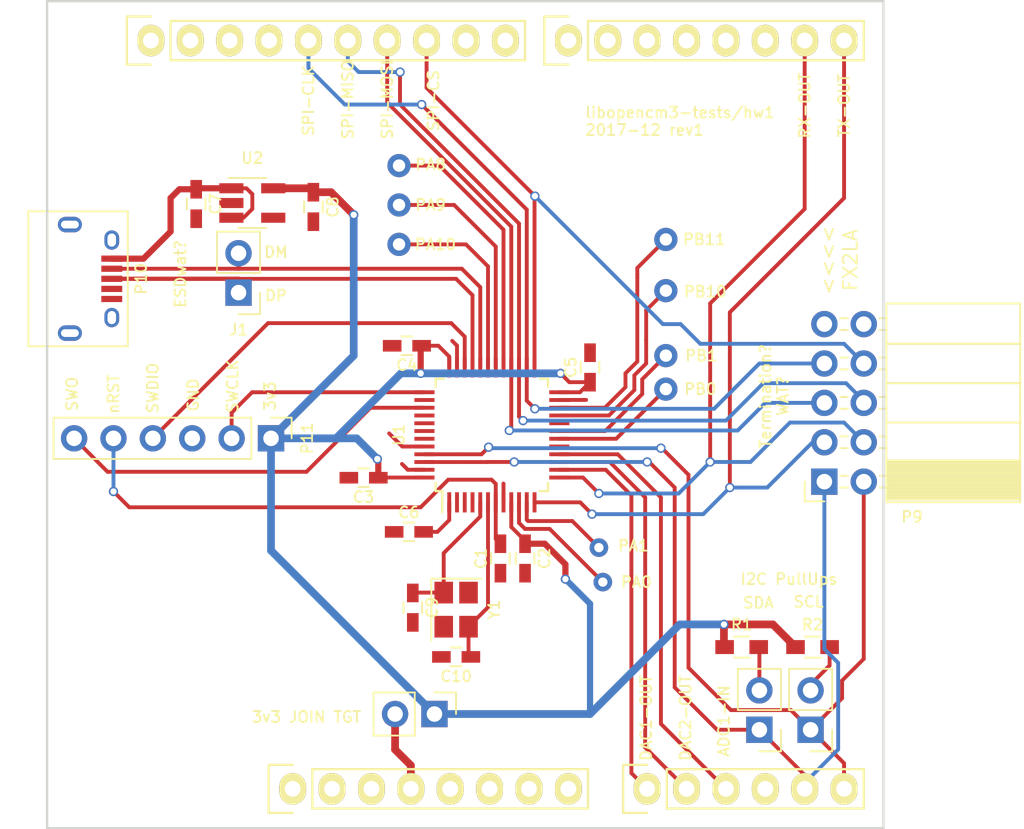
<source format=kicad_pcb>
(kicad_pcb (version 4) (host pcbnew 4.0.6)

  (general
    (links 87)
    (no_connects 24)
    (area 123.024999 72.949999 177.113001 126.440001)
    (thickness 1.6)
    (drawings 29)
    (tracks 296)
    (zones 0)
    (modules 35)
    (nets 37)
  )

  (page A4)
  (title_block
    (title "libopencm3-test hardware")
    (date 2017-10-31)
    (rev 1)
  )

  (layers
    (0 F.Cu signal)
    (31 B.Cu signal)
    (32 B.Adhes user)
    (33 F.Adhes user)
    (34 B.Paste user)
    (35 F.Paste user)
    (36 B.SilkS user)
    (37 F.SilkS user)
    (38 B.Mask user)
    (39 F.Mask user)
    (40 Dwgs.User user)
    (41 Cmts.User user)
    (42 Eco1.User user)
    (43 Eco2.User user)
    (44 Edge.Cuts user)
    (45 Margin user)
    (46 B.CrtYd user)
    (47 F.CrtYd user)
    (48 B.Fab user)
    (49 F.Fab user)
  )

  (setup
    (last_trace_width 0.25)
    (user_trace_width 0.152)
    (user_trace_width 0.25)
    (user_trace_width 0.4)
    (user_trace_width 0.5)
    (user_trace_width 0.75)
    (trace_clearance 0.2)
    (zone_clearance 0.25)
    (zone_45_only yes)
    (trace_min 0.152)
    (segment_width 0.12)
    (edge_width 0.15)
    (via_size 0.6)
    (via_drill 0.4)
    (via_min_size 0.4)
    (via_min_drill 0.3)
    (uvia_size 0.3)
    (uvia_drill 0.1)
    (uvias_allowed no)
    (uvia_min_size 0.2)
    (uvia_min_drill 0.1)
    (pcb_text_width 0.12)
    (pcb_text_size 0.7 0.7)
    (mod_edge_width 0.15)
    (mod_text_size 0.7 0.7)
    (mod_text_width 0.12)
    (pad_size 1.2 1.2)
    (pad_drill 0.6)
    (pad_to_mask_clearance 0)
    (aux_axis_origin 123.1265 126.365)
    (grid_origin 123.1265 126.365)
    (visible_elements FFFEFFFF)
    (pcbplotparams
      (layerselection 0x00020_00000000)
      (usegerberextensions false)
      (excludeedgelayer true)
      (linewidth 0.100000)
      (plotframeref false)
      (viasonmask false)
      (mode 1)
      (useauxorigin false)
      (hpglpennumber 1)
      (hpglpenspeed 20)
      (hpglpendiameter 15)
      (hpglpenoverlay 2)
      (psnegative false)
      (psa4output false)
      (plotreference true)
      (plotvalue true)
      (plotinvisibletext false)
      (padsonsilk false)
      (subtractmaskfromsilk false)
      (outputformat 1)
      (mirror false)
      (drillshape 0)
      (scaleselection 1)
      (outputdirectory ""))
  )

  (net 0 "")
  (net 1 +5V)
  (net 2 GND)
  (net 3 +3V3)
  (net 4 /NRST)
  (net 5 /ADC_IN1)
  (net 6 /I2C_SDA)
  (net 7 /I2C_SCL)
  (net 8 /SPI_CS)
  (net 9 /SPI_MOSI)
  (net 10 /SPI_MISO)
  (net 11 /SPI_SCK)
  (net 12 /USB_DM)
  (net 13 /USB_DP)
  (net 14 "Net-(P10-Pad6)")
  (net 15 /SWCLK)
  (net 16 /SWDIO)
  (net 17 /SWO)
  (net 18 /DAC1_OUT)
  (net 19 /DAC2_OUT)
  (net 20 /UART_TX_OUT)
  (net 21 /UART_RX_OUT)
  (net 22 "Net-(JP1-Pad2)")
  (net 23 "Net-(JP2-Pad2)")
  (net 24 /VLCD)
  (net 25 "Net-(C9-Pad1)")
  (net 26 "Net-(C10-Pad1)")
  (net 27 "Net-(JP3-Pad2)")
  (net 28 "Net-(PA0-Pad1)")
  (net 29 "Net-(PA1-Pad1)")
  (net 30 "Net-(PA8-Pad1)")
  (net 31 "Net-(PA9-Pad1)")
  (net 32 "Net-(PA10-Pad1)")
  (net 33 "Net-(PB0-Pad1)")
  (net 34 "Net-(PB1-Pad1)")
  (net 35 "Net-(PB10-Pad1)")
  (net 36 "Net-(PB11-Pad1)")

  (net_class Default "This is the default net class."
    (clearance 0.2)
    (trace_width 0.25)
    (via_dia 0.6)
    (via_drill 0.4)
    (uvia_dia 0.3)
    (uvia_drill 0.1)
    (add_net /ADC_IN1)
    (add_net /DAC1_OUT)
    (add_net /DAC2_OUT)
    (add_net /I2C_SCL)
    (add_net /I2C_SDA)
    (add_net /NRST)
    (add_net /SPI_CS)
    (add_net /SPI_MISO)
    (add_net /SPI_MOSI)
    (add_net /SPI_SCK)
    (add_net /SWCLK)
    (add_net /SWDIO)
    (add_net /SWO)
    (add_net /UART_RX_OUT)
    (add_net /UART_TX_OUT)
    (add_net /USB_DM)
    (add_net /USB_DP)
    (add_net /VLCD)
    (add_net GND)
    (add_net "Net-(C10-Pad1)")
    (add_net "Net-(C9-Pad1)")
    (add_net "Net-(JP1-Pad2)")
    (add_net "Net-(JP2-Pad2)")
    (add_net "Net-(JP3-Pad2)")
    (add_net "Net-(P10-Pad6)")
    (add_net "Net-(PA0-Pad1)")
    (add_net "Net-(PA1-Pad1)")
    (add_net "Net-(PA10-Pad1)")
    (add_net "Net-(PA8-Pad1)")
    (add_net "Net-(PA9-Pad1)")
    (add_net "Net-(PB0-Pad1)")
    (add_net "Net-(PB1-Pad1)")
    (add_net "Net-(PB10-Pad1)")
    (add_net "Net-(PB11-Pad1)")
  )

  (net_class power ""
    (clearance 0.2)
    (trace_width 0.4)
    (via_dia 0.6)
    (via_drill 0.4)
    (uvia_dia 0.3)
    (uvia_drill 0.1)
    (add_net +3V3)
    (add_net +5V)
  )

  (module Socket_Arduino_Uno:Socket_Strip_Arduino_1x08 locked (layer F.Cu) (tedit 5A456C75) (tstamp 551AF9EA)
    (at 138.938 123.825)
    (descr "Through hole socket strip")
    (tags "socket strip")
    (path /56D70129)
    (fp_text reference P1 (at 8.89 -2.54) (layer F.SilkS) hide
      (effects (font (size 0.7 0.7) (thickness 0.12)))
    )
    (fp_text value Power (at 8.89 -4.064) (layer F.Fab)
      (effects (font (size 1 1) (thickness 0.15)))
    )
    (fp_line (start -1.75 -1.75) (end -1.75 1.75) (layer F.CrtYd) (width 0.05))
    (fp_line (start 19.55 -1.75) (end 19.55 1.75) (layer F.CrtYd) (width 0.05))
    (fp_line (start -1.75 -1.75) (end 19.55 -1.75) (layer F.CrtYd) (width 0.05))
    (fp_line (start -1.75 1.75) (end 19.55 1.75) (layer F.CrtYd) (width 0.05))
    (fp_line (start 1.27 1.27) (end 19.05 1.27) (layer F.SilkS) (width 0.15))
    (fp_line (start 19.05 1.27) (end 19.05 -1.27) (layer F.SilkS) (width 0.15))
    (fp_line (start 19.05 -1.27) (end 1.27 -1.27) (layer F.SilkS) (width 0.15))
    (fp_line (start -1.55 1.55) (end 0 1.55) (layer F.SilkS) (width 0.15))
    (fp_line (start 1.27 1.27) (end 1.27 -1.27) (layer F.SilkS) (width 0.15))
    (fp_line (start 0 -1.55) (end -1.55 -1.55) (layer F.SilkS) (width 0.15))
    (fp_line (start -1.55 -1.55) (end -1.55 1.55) (layer F.SilkS) (width 0.15))
    (pad 1 thru_hole oval (at 0 0) (size 1.7272 2.032) (drill 1.016) (layers *.Cu *.Mask F.SilkS))
    (pad 2 thru_hole oval (at 2.54 0) (size 1.7272 2.032) (drill 1.016) (layers *.Cu *.Mask F.SilkS))
    (pad 3 thru_hole oval (at 5.08 0) (size 1.7272 2.032) (drill 1.016) (layers *.Cu *.Mask F.SilkS))
    (pad 4 thru_hole oval (at 7.62 0) (size 1.7272 2.032) (drill 1.016) (layers *.Cu *.Mask F.SilkS)
      (net 27 "Net-(JP3-Pad2)"))
    (pad 5 thru_hole oval (at 10.16 0) (size 1.7272 2.032) (drill 1.016) (layers *.Cu *.Mask F.SilkS))
    (pad 6 thru_hole oval (at 12.7 0) (size 1.7272 2.032) (drill 1.016) (layers *.Cu *.Mask F.SilkS)
      (net 2 GND))
    (pad 7 thru_hole oval (at 15.24 0) (size 1.7272 2.032) (drill 1.016) (layers *.Cu *.Mask F.SilkS)
      (net 2 GND))
    (pad 8 thru_hole oval (at 17.78 0) (size 1.7272 2.032) (drill 1.016) (layers *.Cu *.Mask F.SilkS))
    (model ${KIPRJMOD}/Socket_Arduino_Uno.3dshapes/Socket_header_Arduino_1x08.wrl
      (at (xyz 0.35 0 0))
      (scale (xyz 1 1 1))
      (rotate (xyz 0 0 180))
    )
  )

  (module Socket_Arduino_Uno:Socket_Strip_Arduino_1x06 locked (layer F.Cu) (tedit 5A456C7B) (tstamp 551AF9FF)
    (at 161.798 123.825)
    (descr "Through hole socket strip")
    (tags "socket strip")
    (path /56D70DD8)
    (fp_text reference P2 (at 6.604 -2.54) (layer F.SilkS) hide
      (effects (font (size 0.7 0.7) (thickness 0.12)))
    )
    (fp_text value Analog (at 6.604 -4.064) (layer F.Fab)
      (effects (font (size 1 1) (thickness 0.15)))
    )
    (fp_line (start -1.75 -1.75) (end -1.75 1.75) (layer F.CrtYd) (width 0.05))
    (fp_line (start 14.45 -1.75) (end 14.45 1.75) (layer F.CrtYd) (width 0.05))
    (fp_line (start -1.75 -1.75) (end 14.45 -1.75) (layer F.CrtYd) (width 0.05))
    (fp_line (start -1.75 1.75) (end 14.45 1.75) (layer F.CrtYd) (width 0.05))
    (fp_line (start 1.27 1.27) (end 13.97 1.27) (layer F.SilkS) (width 0.15))
    (fp_line (start 13.97 1.27) (end 13.97 -1.27) (layer F.SilkS) (width 0.15))
    (fp_line (start 13.97 -1.27) (end 1.27 -1.27) (layer F.SilkS) (width 0.15))
    (fp_line (start -1.55 1.55) (end 0 1.55) (layer F.SilkS) (width 0.15))
    (fp_line (start 1.27 1.27) (end 1.27 -1.27) (layer F.SilkS) (width 0.15))
    (fp_line (start 0 -1.55) (end -1.55 -1.55) (layer F.SilkS) (width 0.15))
    (fp_line (start -1.55 -1.55) (end -1.55 1.55) (layer F.SilkS) (width 0.15))
    (pad 1 thru_hole oval (at 0 0) (size 1.7272 2.032) (drill 1.016) (layers *.Cu *.Mask F.SilkS)
      (net 18 /DAC1_OUT))
    (pad 2 thru_hole oval (at 2.54 0) (size 1.7272 2.032) (drill 1.016) (layers *.Cu *.Mask F.SilkS)
      (net 19 /DAC2_OUT))
    (pad 3 thru_hole oval (at 5.08 0) (size 1.7272 2.032) (drill 1.016) (layers *.Cu *.Mask F.SilkS)
      (net 5 /ADC_IN1))
    (pad 4 thru_hole oval (at 7.62 0) (size 1.7272 2.032) (drill 1.016) (layers *.Cu *.Mask F.SilkS))
    (pad 5 thru_hole oval (at 10.16 0) (size 1.7272 2.032) (drill 1.016) (layers *.Cu *.Mask F.SilkS)
      (net 6 /I2C_SDA))
    (pad 6 thru_hole oval (at 12.7 0) (size 1.7272 2.032) (drill 1.016) (layers *.Cu *.Mask F.SilkS)
      (net 7 /I2C_SCL))
    (model ${KIPRJMOD}/Socket_Arduino_Uno.3dshapes/Socket_header_Arduino_1x06.wrl
      (at (xyz 0.25 0 0))
      (scale (xyz 1 1 1))
      (rotate (xyz 0 0 180))
    )
  )

  (module Socket_Arduino_Uno:Socket_Strip_Arduino_1x10 locked (layer F.Cu) (tedit 5A456C6E) (tstamp 551AFA18)
    (at 129.794 75.565)
    (descr "Through hole socket strip")
    (tags "socket strip")
    (path /56D721E0)
    (fp_text reference P3 (at 11.43 2.794) (layer F.SilkS) hide
      (effects (font (size 0.7 0.7) (thickness 0.12)))
    )
    (fp_text value Digital (at 11.43 4.318) (layer F.Fab)
      (effects (font (size 1 1) (thickness 0.15)))
    )
    (fp_line (start -1.75 -1.75) (end -1.75 1.75) (layer F.CrtYd) (width 0.05))
    (fp_line (start 24.65 -1.75) (end 24.65 1.75) (layer F.CrtYd) (width 0.05))
    (fp_line (start -1.75 -1.75) (end 24.65 -1.75) (layer F.CrtYd) (width 0.05))
    (fp_line (start -1.75 1.75) (end 24.65 1.75) (layer F.CrtYd) (width 0.05))
    (fp_line (start 1.27 1.27) (end 24.13 1.27) (layer F.SilkS) (width 0.15))
    (fp_line (start 24.13 1.27) (end 24.13 -1.27) (layer F.SilkS) (width 0.15))
    (fp_line (start 24.13 -1.27) (end 1.27 -1.27) (layer F.SilkS) (width 0.15))
    (fp_line (start -1.55 1.55) (end 0 1.55) (layer F.SilkS) (width 0.15))
    (fp_line (start 1.27 1.27) (end 1.27 -1.27) (layer F.SilkS) (width 0.15))
    (fp_line (start 0 -1.55) (end -1.55 -1.55) (layer F.SilkS) (width 0.15))
    (fp_line (start -1.55 -1.55) (end -1.55 1.55) (layer F.SilkS) (width 0.15))
    (pad 1 thru_hole oval (at 0 0) (size 1.7272 2.032) (drill 1.016) (layers *.Cu *.Mask F.SilkS))
    (pad 2 thru_hole oval (at 2.54 0) (size 1.7272 2.032) (drill 1.016) (layers *.Cu *.Mask F.SilkS))
    (pad 3 thru_hole oval (at 5.08 0) (size 1.7272 2.032) (drill 1.016) (layers *.Cu *.Mask F.SilkS))
    (pad 4 thru_hole oval (at 7.62 0) (size 1.7272 2.032) (drill 1.016) (layers *.Cu *.Mask F.SilkS)
      (net 2 GND))
    (pad 5 thru_hole oval (at 10.16 0) (size 1.7272 2.032) (drill 1.016) (layers *.Cu *.Mask F.SilkS)
      (net 11 /SPI_SCK))
    (pad 6 thru_hole oval (at 12.7 0) (size 1.7272 2.032) (drill 1.016) (layers *.Cu *.Mask F.SilkS)
      (net 10 /SPI_MISO))
    (pad 7 thru_hole oval (at 15.24 0) (size 1.7272 2.032) (drill 1.016) (layers *.Cu *.Mask F.SilkS)
      (net 9 /SPI_MOSI))
    (pad 8 thru_hole oval (at 17.78 0) (size 1.7272 2.032) (drill 1.016) (layers *.Cu *.Mask F.SilkS)
      (net 8 /SPI_CS))
    (pad 9 thru_hole oval (at 20.32 0) (size 1.7272 2.032) (drill 1.016) (layers *.Cu *.Mask F.SilkS))
    (pad 10 thru_hole oval (at 22.86 0) (size 1.7272 2.032) (drill 1.016) (layers *.Cu *.Mask F.SilkS))
    (model ${KIPRJMOD}/Socket_Arduino_Uno.3dshapes/Socket_header_Arduino_1x10.wrl
      (at (xyz 0.45 0 0))
      (scale (xyz 1 1 1))
      (rotate (xyz 0 0 180))
    )
  )

  (module Socket_Arduino_Uno:Socket_Strip_Arduino_1x08 locked (layer F.Cu) (tedit 5A456C59) (tstamp 551AFA2F)
    (at 156.718 75.565)
    (descr "Through hole socket strip")
    (tags "socket strip")
    (path /56D7164F)
    (fp_text reference P4 (at 8.89 2.794) (layer F.SilkS) hide
      (effects (font (size 0.7 0.7) (thickness 0.12)))
    )
    (fp_text value Digital (at 8.89 4.318) (layer F.Fab)
      (effects (font (size 1 1) (thickness 0.15)))
    )
    (fp_line (start -1.75 -1.75) (end -1.75 1.75) (layer F.CrtYd) (width 0.05))
    (fp_line (start 19.55 -1.75) (end 19.55 1.75) (layer F.CrtYd) (width 0.05))
    (fp_line (start -1.75 -1.75) (end 19.55 -1.75) (layer F.CrtYd) (width 0.05))
    (fp_line (start -1.75 1.75) (end 19.55 1.75) (layer F.CrtYd) (width 0.05))
    (fp_line (start 1.27 1.27) (end 19.05 1.27) (layer F.SilkS) (width 0.15))
    (fp_line (start 19.05 1.27) (end 19.05 -1.27) (layer F.SilkS) (width 0.15))
    (fp_line (start 19.05 -1.27) (end 1.27 -1.27) (layer F.SilkS) (width 0.15))
    (fp_line (start -1.55 1.55) (end 0 1.55) (layer F.SilkS) (width 0.15))
    (fp_line (start 1.27 1.27) (end 1.27 -1.27) (layer F.SilkS) (width 0.15))
    (fp_line (start 0 -1.55) (end -1.55 -1.55) (layer F.SilkS) (width 0.15))
    (fp_line (start -1.55 -1.55) (end -1.55 1.55) (layer F.SilkS) (width 0.15))
    (pad 1 thru_hole oval (at 0 0) (size 1.7272 2.032) (drill 1.016) (layers *.Cu *.Mask F.SilkS))
    (pad 2 thru_hole oval (at 2.54 0) (size 1.7272 2.032) (drill 1.016) (layers *.Cu *.Mask F.SilkS))
    (pad 3 thru_hole oval (at 5.08 0) (size 1.7272 2.032) (drill 1.016) (layers *.Cu *.Mask F.SilkS))
    (pad 4 thru_hole oval (at 7.62 0) (size 1.7272 2.032) (drill 1.016) (layers *.Cu *.Mask F.SilkS))
    (pad 5 thru_hole oval (at 10.16 0) (size 1.7272 2.032) (drill 1.016) (layers *.Cu *.Mask F.SilkS))
    (pad 6 thru_hole oval (at 12.7 0) (size 1.7272 2.032) (drill 1.016) (layers *.Cu *.Mask F.SilkS))
    (pad 7 thru_hole oval (at 15.24 0) (size 1.7272 2.032) (drill 1.016) (layers *.Cu *.Mask F.SilkS)
      (net 21 /UART_RX_OUT))
    (pad 8 thru_hole oval (at 17.78 0) (size 1.7272 2.032) (drill 1.016) (layers *.Cu *.Mask F.SilkS)
      (net 20 /UART_TX_OUT))
    (model ${KIPRJMOD}/Socket_Arduino_Uno.3dshapes/Socket_header_Arduino_1x08.wrl
      (at (xyz 0.35 0 0))
      (scale (xyz 1 1 1))
      (rotate (xyz 0 0 180))
    )
  )

  (module Capacitors_SMD:C_0603_HandSoldering (layer F.Cu) (tedit 58AA848B) (tstamp 59F7BF21)
    (at 152.3365 108.966 90)
    (descr "Capacitor SMD 0603, hand soldering")
    (tags "capacitor 0603")
    (path /58CF4B65)
    (attr smd)
    (fp_text reference C1 (at 0 -1.25 90) (layer F.SilkS)
      (effects (font (size 0.7 0.7) (thickness 0.12)))
    )
    (fp_text value 100n (at 0 1.5 90) (layer F.Fab)
      (effects (font (size 1 1) (thickness 0.15)))
    )
    (fp_text user %R (at 0 -1.25 90) (layer F.Fab)
      (effects (font (size 1 1) (thickness 0.15)))
    )
    (fp_line (start -0.8 0.4) (end -0.8 -0.4) (layer F.Fab) (width 0.1))
    (fp_line (start 0.8 0.4) (end -0.8 0.4) (layer F.Fab) (width 0.1))
    (fp_line (start 0.8 -0.4) (end 0.8 0.4) (layer F.Fab) (width 0.1))
    (fp_line (start -0.8 -0.4) (end 0.8 -0.4) (layer F.Fab) (width 0.1))
    (fp_line (start -0.35 -0.6) (end 0.35 -0.6) (layer F.SilkS) (width 0.12))
    (fp_line (start 0.35 0.6) (end -0.35 0.6) (layer F.SilkS) (width 0.12))
    (fp_line (start -1.8 -0.65) (end 1.8 -0.65) (layer F.CrtYd) (width 0.05))
    (fp_line (start -1.8 -0.65) (end -1.8 0.65) (layer F.CrtYd) (width 0.05))
    (fp_line (start 1.8 0.65) (end 1.8 -0.65) (layer F.CrtYd) (width 0.05))
    (fp_line (start 1.8 0.65) (end -1.8 0.65) (layer F.CrtYd) (width 0.05))
    (pad 1 smd rect (at -0.95 0 90) (size 1.2 0.75) (layers F.Cu F.Paste F.Mask)
      (net 2 GND))
    (pad 2 smd rect (at 0.95 0 90) (size 1.2 0.75) (layers F.Cu F.Paste F.Mask)
      (net 4 /NRST))
    (model Capacitors_SMD.3dshapes/C_0603.wrl
      (at (xyz 0 0 0))
      (scale (xyz 1 1 1))
      (rotate (xyz 0 0 0))
    )
  )

  (module Capacitors_SMD:C_0603_HandSoldering (layer F.Cu) (tedit 58AA848B) (tstamp 59F7BF27)
    (at 153.924 108.966 270)
    (descr "Capacitor SMD 0603, hand soldering")
    (tags "capacitor 0603")
    (path /58CF43FF)
    (attr smd)
    (fp_text reference C2 (at 0 -1.25 270) (layer F.SilkS)
      (effects (font (size 0.7 0.7) (thickness 0.12)))
    )
    (fp_text value 100n (at 0 1.5 270) (layer F.Fab)
      (effects (font (size 1 1) (thickness 0.15)))
    )
    (fp_text user %R (at 0 -1.25 270) (layer F.Fab)
      (effects (font (size 1 1) (thickness 0.15)))
    )
    (fp_line (start -0.8 0.4) (end -0.8 -0.4) (layer F.Fab) (width 0.1))
    (fp_line (start 0.8 0.4) (end -0.8 0.4) (layer F.Fab) (width 0.1))
    (fp_line (start 0.8 -0.4) (end 0.8 0.4) (layer F.Fab) (width 0.1))
    (fp_line (start -0.8 -0.4) (end 0.8 -0.4) (layer F.Fab) (width 0.1))
    (fp_line (start -0.35 -0.6) (end 0.35 -0.6) (layer F.SilkS) (width 0.12))
    (fp_line (start 0.35 0.6) (end -0.35 0.6) (layer F.SilkS) (width 0.12))
    (fp_line (start -1.8 -0.65) (end 1.8 -0.65) (layer F.CrtYd) (width 0.05))
    (fp_line (start -1.8 -0.65) (end -1.8 0.65) (layer F.CrtYd) (width 0.05))
    (fp_line (start 1.8 0.65) (end 1.8 -0.65) (layer F.CrtYd) (width 0.05))
    (fp_line (start 1.8 0.65) (end -1.8 0.65) (layer F.CrtYd) (width 0.05))
    (pad 1 smd rect (at -0.95 0 270) (size 1.2 0.75) (layers F.Cu F.Paste F.Mask)
      (net 3 +3V3))
    (pad 2 smd rect (at 0.95 0 270) (size 1.2 0.75) (layers F.Cu F.Paste F.Mask)
      (net 2 GND))
    (model Capacitors_SMD.3dshapes/C_0603.wrl
      (at (xyz 0 0 0))
      (scale (xyz 1 1 1))
      (rotate (xyz 0 0 0))
    )
  )

  (module Capacitors_SMD:C_0603_HandSoldering (layer F.Cu) (tedit 58AA848B) (tstamp 59F7BF2D)
    (at 143.51 103.759 180)
    (descr "Capacitor SMD 0603, hand soldering")
    (tags "capacitor 0603")
    (path /58CF69A9)
    (attr smd)
    (fp_text reference C3 (at 0 -1.25 180) (layer F.SilkS)
      (effects (font (size 0.7 0.7) (thickness 0.12)))
    )
    (fp_text value 100n (at 0 1.5 180) (layer F.Fab)
      (effects (font (size 1 1) (thickness 0.15)))
    )
    (fp_text user %R (at 0 -1.25 180) (layer F.Fab)
      (effects (font (size 1 1) (thickness 0.15)))
    )
    (fp_line (start -0.8 0.4) (end -0.8 -0.4) (layer F.Fab) (width 0.1))
    (fp_line (start 0.8 0.4) (end -0.8 0.4) (layer F.Fab) (width 0.1))
    (fp_line (start 0.8 -0.4) (end 0.8 0.4) (layer F.Fab) (width 0.1))
    (fp_line (start -0.8 -0.4) (end 0.8 -0.4) (layer F.Fab) (width 0.1))
    (fp_line (start -0.35 -0.6) (end 0.35 -0.6) (layer F.SilkS) (width 0.12))
    (fp_line (start 0.35 0.6) (end -0.35 0.6) (layer F.SilkS) (width 0.12))
    (fp_line (start -1.8 -0.65) (end 1.8 -0.65) (layer F.CrtYd) (width 0.05))
    (fp_line (start -1.8 -0.65) (end -1.8 0.65) (layer F.CrtYd) (width 0.05))
    (fp_line (start 1.8 0.65) (end 1.8 -0.65) (layer F.CrtYd) (width 0.05))
    (fp_line (start 1.8 0.65) (end -1.8 0.65) (layer F.CrtYd) (width 0.05))
    (pad 1 smd rect (at -0.95 0 180) (size 1.2 0.75) (layers F.Cu F.Paste F.Mask)
      (net 3 +3V3))
    (pad 2 smd rect (at 0.95 0 180) (size 1.2 0.75) (layers F.Cu F.Paste F.Mask)
      (net 2 GND))
    (model Capacitors_SMD.3dshapes/C_0603.wrl
      (at (xyz 0 0 0))
      (scale (xyz 1 1 1))
      (rotate (xyz 0 0 0))
    )
  )

  (module Capacitors_SMD:C_0603_HandSoldering (layer F.Cu) (tedit 58AA848B) (tstamp 59F7BF33)
    (at 146.304 95.25 180)
    (descr "Capacitor SMD 0603, hand soldering")
    (tags "capacitor 0603")
    (path /58CF69F1)
    (attr smd)
    (fp_text reference C4 (at 0 -1.25 180) (layer F.SilkS)
      (effects (font (size 0.7 0.7) (thickness 0.12)))
    )
    (fp_text value 100n (at 0 1.5 180) (layer F.Fab)
      (effects (font (size 1 1) (thickness 0.15)))
    )
    (fp_text user %R (at 0 -1.25 180) (layer F.Fab)
      (effects (font (size 1 1) (thickness 0.15)))
    )
    (fp_line (start -0.8 0.4) (end -0.8 -0.4) (layer F.Fab) (width 0.1))
    (fp_line (start 0.8 0.4) (end -0.8 0.4) (layer F.Fab) (width 0.1))
    (fp_line (start 0.8 -0.4) (end 0.8 0.4) (layer F.Fab) (width 0.1))
    (fp_line (start -0.8 -0.4) (end 0.8 -0.4) (layer F.Fab) (width 0.1))
    (fp_line (start -0.35 -0.6) (end 0.35 -0.6) (layer F.SilkS) (width 0.12))
    (fp_line (start 0.35 0.6) (end -0.35 0.6) (layer F.SilkS) (width 0.12))
    (fp_line (start -1.8 -0.65) (end 1.8 -0.65) (layer F.CrtYd) (width 0.05))
    (fp_line (start -1.8 -0.65) (end -1.8 0.65) (layer F.CrtYd) (width 0.05))
    (fp_line (start 1.8 0.65) (end 1.8 -0.65) (layer F.CrtYd) (width 0.05))
    (fp_line (start 1.8 0.65) (end -1.8 0.65) (layer F.CrtYd) (width 0.05))
    (pad 1 smd rect (at -0.95 0 180) (size 1.2 0.75) (layers F.Cu F.Paste F.Mask)
      (net 3 +3V3))
    (pad 2 smd rect (at 0.95 0 180) (size 1.2 0.75) (layers F.Cu F.Paste F.Mask)
      (net 2 GND))
    (model Capacitors_SMD.3dshapes/C_0603.wrl
      (at (xyz 0 0 0))
      (scale (xyz 1 1 1))
      (rotate (xyz 0 0 0))
    )
  )

  (module Capacitors_SMD:C_0603_HandSoldering (layer F.Cu) (tedit 58AA848B) (tstamp 59F7BF39)
    (at 158.115 96.647 90)
    (descr "Capacitor SMD 0603, hand soldering")
    (tags "capacitor 0603")
    (path /58CF6A3A)
    (attr smd)
    (fp_text reference C5 (at 0 -1.25 90) (layer F.SilkS)
      (effects (font (size 0.7 0.7) (thickness 0.12)))
    )
    (fp_text value 100n (at 0 1.5 90) (layer F.Fab)
      (effects (font (size 1 1) (thickness 0.15)))
    )
    (fp_text user %R (at 0 -1.25 90) (layer F.Fab)
      (effects (font (size 1 1) (thickness 0.15)))
    )
    (fp_line (start -0.8 0.4) (end -0.8 -0.4) (layer F.Fab) (width 0.1))
    (fp_line (start 0.8 0.4) (end -0.8 0.4) (layer F.Fab) (width 0.1))
    (fp_line (start 0.8 -0.4) (end 0.8 0.4) (layer F.Fab) (width 0.1))
    (fp_line (start -0.8 -0.4) (end 0.8 -0.4) (layer F.Fab) (width 0.1))
    (fp_line (start -0.35 -0.6) (end 0.35 -0.6) (layer F.SilkS) (width 0.12))
    (fp_line (start 0.35 0.6) (end -0.35 0.6) (layer F.SilkS) (width 0.12))
    (fp_line (start -1.8 -0.65) (end 1.8 -0.65) (layer F.CrtYd) (width 0.05))
    (fp_line (start -1.8 -0.65) (end -1.8 0.65) (layer F.CrtYd) (width 0.05))
    (fp_line (start 1.8 0.65) (end 1.8 -0.65) (layer F.CrtYd) (width 0.05))
    (fp_line (start 1.8 0.65) (end -1.8 0.65) (layer F.CrtYd) (width 0.05))
    (pad 1 smd rect (at -0.95 0 90) (size 1.2 0.75) (layers F.Cu F.Paste F.Mask)
      (net 3 +3V3))
    (pad 2 smd rect (at 0.95 0 90) (size 1.2 0.75) (layers F.Cu F.Paste F.Mask)
      (net 2 GND))
    (model Capacitors_SMD.3dshapes/C_0603.wrl
      (at (xyz 0 0 0))
      (scale (xyz 1 1 1))
      (rotate (xyz 0 0 0))
    )
  )

  (module Connectors:USB_Micro-B (layer F.Cu) (tedit 5543E447) (tstamp 59F7BF54)
    (at 125.9205 90.932 270)
    (descr "Micro USB Type B Receptacle")
    (tags "USB USB_B USB_micro USB_OTG")
    (path /58CF10AD)
    (attr smd)
    (fp_text reference P10 (at 0 -3.24 270) (layer F.SilkS)
      (effects (font (size 0.7 0.7) (thickness 0.12)))
    )
    (fp_text value CONTROL (at 0 5.01 270) (layer F.Fab)
      (effects (font (size 1 1) (thickness 0.15)))
    )
    (fp_line (start -4.6 -2.59) (end 4.6 -2.59) (layer F.CrtYd) (width 0.05))
    (fp_line (start 4.6 -2.59) (end 4.6 4.26) (layer F.CrtYd) (width 0.05))
    (fp_line (start 4.6 4.26) (end -4.6 4.26) (layer F.CrtYd) (width 0.05))
    (fp_line (start -4.6 4.26) (end -4.6 -2.59) (layer F.CrtYd) (width 0.05))
    (fp_line (start -4.35 4.03) (end 4.35 4.03) (layer F.SilkS) (width 0.12))
    (fp_line (start -4.35 -2.38) (end 4.35 -2.38) (layer F.SilkS) (width 0.12))
    (fp_line (start 4.35 -2.38) (end 4.35 4.03) (layer F.SilkS) (width 0.12))
    (fp_line (start 4.35 2.8) (end -4.35 2.8) (layer F.SilkS) (width 0.12))
    (fp_line (start -4.35 4.03) (end -4.35 -2.38) (layer F.SilkS) (width 0.12))
    (pad 1 smd rect (at -1.3 -1.35) (size 1.35 0.4) (layers F.Cu F.Paste F.Mask)
      (net 1 +5V))
    (pad 2 smd rect (at -0.65 -1.35) (size 1.35 0.4) (layers F.Cu F.Paste F.Mask)
      (net 12 /USB_DM))
    (pad 3 smd rect (at 0 -1.35) (size 1.35 0.4) (layers F.Cu F.Paste F.Mask)
      (net 13 /USB_DP))
    (pad 4 smd rect (at 0.65 -1.35) (size 1.35 0.4) (layers F.Cu F.Paste F.Mask))
    (pad 5 smd rect (at 1.3 -1.35) (size 1.35 0.4) (layers F.Cu F.Paste F.Mask)
      (net 2 GND))
    (pad 6 thru_hole oval (at -2.5 -1.35) (size 0.95 1.25) (drill oval 0.55 0.85) (layers *.Cu *.Mask)
      (net 14 "Net-(P10-Pad6)"))
    (pad 6 thru_hole oval (at 2.5 -1.35) (size 0.95 1.25) (drill oval 0.55 0.85) (layers *.Cu *.Mask)
      (net 14 "Net-(P10-Pad6)"))
    (pad 6 thru_hole oval (at -3.5 1.35) (size 1.55 1) (drill oval 1.15 0.5) (layers *.Cu *.Mask)
      (net 14 "Net-(P10-Pad6)"))
    (pad 6 thru_hole oval (at 3.5 1.35) (size 1.55 1) (drill oval 1.15 0.5) (layers *.Cu *.Mask)
      (net 14 "Net-(P10-Pad6)"))
  )

  (module Housings_QFP:TQFP-48_7x7mm_Pitch0.5mm (layer F.Cu) (tedit 54130A77) (tstamp 59F7C113)
    (at 151.785 100.997 90)
    (descr "48 LEAD TQFP 7x7mm (see MICREL TQFP7x7-48LD-PL-1.pdf)")
    (tags "QFP 0.5")
    (path /58CEFE92)
    (attr smd)
    (fp_text reference U1 (at 0 -6 90) (layer F.SilkS)
      (effects (font (size 0.7 0.7) (thickness 0.12)))
    )
    (fp_text value STM32L151C6TxA (at 0 6 90) (layer F.Fab)
      (effects (font (size 1 1) (thickness 0.15)))
    )
    (fp_text user %R (at 0 0 90) (layer F.Fab)
      (effects (font (size 1 1) (thickness 0.15)))
    )
    (fp_line (start -2.5 -3.5) (end 3.5 -3.5) (layer F.Fab) (width 0.15))
    (fp_line (start 3.5 -3.5) (end 3.5 3.5) (layer F.Fab) (width 0.15))
    (fp_line (start 3.5 3.5) (end -3.5 3.5) (layer F.Fab) (width 0.15))
    (fp_line (start -3.5 3.5) (end -3.5 -2.5) (layer F.Fab) (width 0.15))
    (fp_line (start -3.5 -2.5) (end -2.5 -3.5) (layer F.Fab) (width 0.15))
    (fp_line (start -5.25 -5.25) (end -5.25 5.25) (layer F.CrtYd) (width 0.05))
    (fp_line (start 5.25 -5.25) (end 5.25 5.25) (layer F.CrtYd) (width 0.05))
    (fp_line (start -5.25 -5.25) (end 5.25 -5.25) (layer F.CrtYd) (width 0.05))
    (fp_line (start -5.25 5.25) (end 5.25 5.25) (layer F.CrtYd) (width 0.05))
    (fp_line (start -3.625 -3.625) (end -3.625 -3.2) (layer F.SilkS) (width 0.15))
    (fp_line (start 3.625 -3.625) (end 3.625 -3.1) (layer F.SilkS) (width 0.15))
    (fp_line (start 3.625 3.625) (end 3.625 3.1) (layer F.SilkS) (width 0.15))
    (fp_line (start -3.625 3.625) (end -3.625 3.1) (layer F.SilkS) (width 0.15))
    (fp_line (start -3.625 -3.625) (end -3.1 -3.625) (layer F.SilkS) (width 0.15))
    (fp_line (start -3.625 3.625) (end -3.1 3.625) (layer F.SilkS) (width 0.15))
    (fp_line (start 3.625 3.625) (end 3.1 3.625) (layer F.SilkS) (width 0.15))
    (fp_line (start 3.625 -3.625) (end 3.1 -3.625) (layer F.SilkS) (width 0.15))
    (fp_line (start -3.625 -3.2) (end -5 -3.2) (layer F.SilkS) (width 0.15))
    (pad 1 smd rect (at -4.35 -2.75 90) (size 1.3 0.25) (layers F.Cu F.Paste F.Mask)
      (net 24 /VLCD))
    (pad 2 smd rect (at -4.35 -2.25 90) (size 1.3 0.25) (layers F.Cu F.Paste F.Mask))
    (pad 3 smd rect (at -4.35 -1.75 90) (size 1.3 0.25) (layers F.Cu F.Paste F.Mask))
    (pad 4 smd rect (at -4.35 -1.25 90) (size 1.3 0.25) (layers F.Cu F.Paste F.Mask))
    (pad 5 smd rect (at -4.35 -0.75 90) (size 1.3 0.25) (layers F.Cu F.Paste F.Mask)
      (net 25 "Net-(C9-Pad1)"))
    (pad 6 smd rect (at -4.35 -0.25 90) (size 1.3 0.25) (layers F.Cu F.Paste F.Mask)
      (net 26 "Net-(C10-Pad1)"))
    (pad 7 smd rect (at -4.35 0.25 90) (size 1.3 0.25) (layers F.Cu F.Paste F.Mask)
      (net 4 /NRST))
    (pad 8 smd rect (at -4.35 0.75 90) (size 1.3 0.25) (layers F.Cu F.Paste F.Mask)
      (net 2 GND))
    (pad 9 smd rect (at -4.35 1.25 90) (size 1.3 0.25) (layers F.Cu F.Paste F.Mask)
      (net 3 +3V3))
    (pad 10 smd rect (at -4.35 1.75 90) (size 1.3 0.25) (layers F.Cu F.Paste F.Mask)
      (net 28 "Net-(PA0-Pad1)"))
    (pad 11 smd rect (at -4.35 2.25 90) (size 1.3 0.25) (layers F.Cu F.Paste F.Mask)
      (net 29 "Net-(PA1-Pad1)"))
    (pad 12 smd rect (at -4.35 2.75 90) (size 1.3 0.25) (layers F.Cu F.Paste F.Mask)
      (net 20 /UART_TX_OUT))
    (pad 13 smd rect (at -2.75 4.35 180) (size 1.3 0.25) (layers F.Cu F.Paste F.Mask)
      (net 21 /UART_RX_OUT))
    (pad 14 smd rect (at -2.25 4.35 180) (size 1.3 0.25) (layers F.Cu F.Paste F.Mask)
      (net 18 /DAC1_OUT))
    (pad 15 smd rect (at -1.75 4.35 180) (size 1.3 0.25) (layers F.Cu F.Paste F.Mask)
      (net 19 /DAC2_OUT))
    (pad 16 smd rect (at -1.25 4.35 180) (size 1.3 0.25) (layers F.Cu F.Paste F.Mask)
      (net 5 /ADC_IN1))
    (pad 17 smd rect (at -0.75 4.35 180) (size 1.3 0.25) (layers F.Cu F.Paste F.Mask))
    (pad 18 smd rect (at -0.25 4.35 180) (size 1.3 0.25) (layers F.Cu F.Paste F.Mask)
      (net 33 "Net-(PB0-Pad1)"))
    (pad 19 smd rect (at 0.25 4.35 180) (size 1.3 0.25) (layers F.Cu F.Paste F.Mask)
      (net 34 "Net-(PB1-Pad1)"))
    (pad 20 smd rect (at 0.75 4.35 180) (size 1.3 0.25) (layers F.Cu F.Paste F.Mask))
    (pad 21 smd rect (at 1.25 4.35 180) (size 1.3 0.25) (layers F.Cu F.Paste F.Mask)
      (net 35 "Net-(PB10-Pad1)"))
    (pad 22 smd rect (at 1.75 4.35 180) (size 1.3 0.25) (layers F.Cu F.Paste F.Mask)
      (net 36 "Net-(PB11-Pad1)"))
    (pad 23 smd rect (at 2.25 4.35 180) (size 1.3 0.25) (layers F.Cu F.Paste F.Mask)
      (net 2 GND))
    (pad 24 smd rect (at 2.75 4.35 180) (size 1.3 0.25) (layers F.Cu F.Paste F.Mask)
      (net 3 +3V3))
    (pad 25 smd rect (at 4.35 2.75 90) (size 1.3 0.25) (layers F.Cu F.Paste F.Mask)
      (net 8 /SPI_CS))
    (pad 26 smd rect (at 4.35 2.25 90) (size 1.3 0.25) (layers F.Cu F.Paste F.Mask)
      (net 11 /SPI_SCK))
    (pad 27 smd rect (at 4.35 1.75 90) (size 1.3 0.25) (layers F.Cu F.Paste F.Mask)
      (net 10 /SPI_MISO))
    (pad 28 smd rect (at 4.35 1.25 90) (size 1.3 0.25) (layers F.Cu F.Paste F.Mask)
      (net 9 /SPI_MOSI))
    (pad 29 smd rect (at 4.35 0.75 90) (size 1.3 0.25) (layers F.Cu F.Paste F.Mask)
      (net 30 "Net-(PA8-Pad1)"))
    (pad 30 smd rect (at 4.35 0.25 90) (size 1.3 0.25) (layers F.Cu F.Paste F.Mask)
      (net 31 "Net-(PA9-Pad1)"))
    (pad 31 smd rect (at 4.35 -0.25 90) (size 1.3 0.25) (layers F.Cu F.Paste F.Mask)
      (net 32 "Net-(PA10-Pad1)"))
    (pad 32 smd rect (at 4.35 -0.75 90) (size 1.3 0.25) (layers F.Cu F.Paste F.Mask)
      (net 12 /USB_DM))
    (pad 33 smd rect (at 4.35 -1.25 90) (size 1.3 0.25) (layers F.Cu F.Paste F.Mask)
      (net 13 /USB_DP))
    (pad 34 smd rect (at 4.35 -1.75 90) (size 1.3 0.25) (layers F.Cu F.Paste F.Mask)
      (net 16 /SWDIO))
    (pad 35 smd rect (at 4.35 -2.25 90) (size 1.3 0.25) (layers F.Cu F.Paste F.Mask)
      (net 2 GND))
    (pad 36 smd rect (at 4.35 -2.75 90) (size 1.3 0.25) (layers F.Cu F.Paste F.Mask)
      (net 3 +3V3))
    (pad 37 smd rect (at 2.75 -4.35 180) (size 1.3 0.25) (layers F.Cu F.Paste F.Mask)
      (net 15 /SWCLK))
    (pad 38 smd rect (at 2.25 -4.35 180) (size 1.3 0.25) (layers F.Cu F.Paste F.Mask))
    (pad 39 smd rect (at 1.75 -4.35 180) (size 1.3 0.25) (layers F.Cu F.Paste F.Mask)
      (net 17 /SWO))
    (pad 40 smd rect (at 1.25 -4.35 180) (size 1.3 0.25) (layers F.Cu F.Paste F.Mask))
    (pad 41 smd rect (at 0.75 -4.35 180) (size 1.3 0.25) (layers F.Cu F.Paste F.Mask))
    (pad 42 smd rect (at 0.25 -4.35 180) (size 1.3 0.25) (layers F.Cu F.Paste F.Mask))
    (pad 43 smd rect (at -0.25 -4.35 180) (size 1.3 0.25) (layers F.Cu F.Paste F.Mask))
    (pad 44 smd rect (at -0.75 -4.35 180) (size 1.3 0.25) (layers F.Cu F.Paste F.Mask)
      (net 2 GND))
    (pad 45 smd rect (at -1.25 -4.35 180) (size 1.3 0.25) (layers F.Cu F.Paste F.Mask)
      (net 7 /I2C_SCL))
    (pad 46 smd rect (at -1.75 -4.35 180) (size 1.3 0.25) (layers F.Cu F.Paste F.Mask)
      (net 6 /I2C_SDA))
    (pad 47 smd rect (at -2.25 -4.35 180) (size 1.3 0.25) (layers F.Cu F.Paste F.Mask)
      (net 2 GND))
    (pad 48 smd rect (at -2.75 -4.35 180) (size 1.3 0.25) (layers F.Cu F.Paste F.Mask)
      (net 3 +3V3))
    (model Housings_QFP.3dshapes/TQFP-48_7x7mm_Pitch0.5mm.wrl
      (at (xyz 0 0 0))
      (scale (xyz 1 1 1))
      (rotate (xyz 0 0 0))
    )
  )

  (module Socket_Strips:Socket_Strip_Angled_2x05_Pitch2.54mm (layer F.Cu) (tedit 588DE958) (tstamp 5A0F5F85)
    (at 173.228 104.013 180)
    (descr "Through hole angled socket strip, 2x05, 2.54mm pitch, 8.51mm socket length, double rows")
    (tags "Through hole angled socket strip THT 2x05 2.54mm double row")
    (path /58CF048F)
    (fp_text reference P9 (at -5.65 -2.27 180) (layer F.SilkS)
      (effects (font (size 0.7 0.7) (thickness 0.12)))
    )
    (fp_text value FX2LA (at -5.65 12.43 180) (layer F.Fab)
      (effects (font (size 1 1) (thickness 0.15)))
    )
    (fp_line (start -4.06 -1.27) (end -4.06 1.27) (layer F.Fab) (width 0.1))
    (fp_line (start -4.06 1.27) (end -12.57 1.27) (layer F.Fab) (width 0.1))
    (fp_line (start -12.57 1.27) (end -12.57 -1.27) (layer F.Fab) (width 0.1))
    (fp_line (start -12.57 -1.27) (end -4.06 -1.27) (layer F.Fab) (width 0.1))
    (fp_line (start 0 -0.32) (end 0 0.32) (layer F.Fab) (width 0.1))
    (fp_line (start 0 0.32) (end -4.06 0.32) (layer F.Fab) (width 0.1))
    (fp_line (start -4.06 0.32) (end -4.06 -0.32) (layer F.Fab) (width 0.1))
    (fp_line (start -4.06 -0.32) (end 0 -0.32) (layer F.Fab) (width 0.1))
    (fp_line (start -4.06 1.27) (end -4.06 3.81) (layer F.Fab) (width 0.1))
    (fp_line (start -4.06 3.81) (end -12.57 3.81) (layer F.Fab) (width 0.1))
    (fp_line (start -12.57 3.81) (end -12.57 1.27) (layer F.Fab) (width 0.1))
    (fp_line (start -12.57 1.27) (end -4.06 1.27) (layer F.Fab) (width 0.1))
    (fp_line (start 0 2.22) (end 0 2.86) (layer F.Fab) (width 0.1))
    (fp_line (start 0 2.86) (end -4.06 2.86) (layer F.Fab) (width 0.1))
    (fp_line (start -4.06 2.86) (end -4.06 2.22) (layer F.Fab) (width 0.1))
    (fp_line (start -4.06 2.22) (end 0 2.22) (layer F.Fab) (width 0.1))
    (fp_line (start -4.06 3.81) (end -4.06 6.35) (layer F.Fab) (width 0.1))
    (fp_line (start -4.06 6.35) (end -12.57 6.35) (layer F.Fab) (width 0.1))
    (fp_line (start -12.57 6.35) (end -12.57 3.81) (layer F.Fab) (width 0.1))
    (fp_line (start -12.57 3.81) (end -4.06 3.81) (layer F.Fab) (width 0.1))
    (fp_line (start 0 4.76) (end 0 5.4) (layer F.Fab) (width 0.1))
    (fp_line (start 0 5.4) (end -4.06 5.4) (layer F.Fab) (width 0.1))
    (fp_line (start -4.06 5.4) (end -4.06 4.76) (layer F.Fab) (width 0.1))
    (fp_line (start -4.06 4.76) (end 0 4.76) (layer F.Fab) (width 0.1))
    (fp_line (start -4.06 6.35) (end -4.06 8.89) (layer F.Fab) (width 0.1))
    (fp_line (start -4.06 8.89) (end -12.57 8.89) (layer F.Fab) (width 0.1))
    (fp_line (start -12.57 8.89) (end -12.57 6.35) (layer F.Fab) (width 0.1))
    (fp_line (start -12.57 6.35) (end -4.06 6.35) (layer F.Fab) (width 0.1))
    (fp_line (start 0 7.3) (end 0 7.94) (layer F.Fab) (width 0.1))
    (fp_line (start 0 7.94) (end -4.06 7.94) (layer F.Fab) (width 0.1))
    (fp_line (start -4.06 7.94) (end -4.06 7.3) (layer F.Fab) (width 0.1))
    (fp_line (start -4.06 7.3) (end 0 7.3) (layer F.Fab) (width 0.1))
    (fp_line (start -4.06 8.89) (end -4.06 11.43) (layer F.Fab) (width 0.1))
    (fp_line (start -4.06 11.43) (end -12.57 11.43) (layer F.Fab) (width 0.1))
    (fp_line (start -12.57 11.43) (end -12.57 8.89) (layer F.Fab) (width 0.1))
    (fp_line (start -12.57 8.89) (end -4.06 8.89) (layer F.Fab) (width 0.1))
    (fp_line (start 0 9.84) (end 0 10.48) (layer F.Fab) (width 0.1))
    (fp_line (start 0 10.48) (end -4.06 10.48) (layer F.Fab) (width 0.1))
    (fp_line (start -4.06 10.48) (end -4.06 9.84) (layer F.Fab) (width 0.1))
    (fp_line (start -4.06 9.84) (end 0 9.84) (layer F.Fab) (width 0.1))
    (fp_line (start -4 -1.33) (end -4 1.27) (layer F.SilkS) (width 0.12))
    (fp_line (start -4 1.27) (end -12.63 1.27) (layer F.SilkS) (width 0.12))
    (fp_line (start -12.63 1.27) (end -12.63 -1.33) (layer F.SilkS) (width 0.12))
    (fp_line (start -12.63 -1.33) (end -4 -1.33) (layer F.SilkS) (width 0.12))
    (fp_line (start -3.57 -0.38) (end -4 -0.38) (layer F.SilkS) (width 0.12))
    (fp_line (start -3.57 0.38) (end -4 0.38) (layer F.SilkS) (width 0.12))
    (fp_line (start -1.03 -0.38) (end -1.51 -0.38) (layer F.SilkS) (width 0.12))
    (fp_line (start -1.03 0.38) (end -1.51 0.38) (layer F.SilkS) (width 0.12))
    (fp_line (start -4 -1.15) (end -12.63 -1.15) (layer F.SilkS) (width 0.12))
    (fp_line (start -4 -1.03) (end -12.63 -1.03) (layer F.SilkS) (width 0.12))
    (fp_line (start -4 -0.91) (end -12.63 -0.91) (layer F.SilkS) (width 0.12))
    (fp_line (start -4 -0.79) (end -12.63 -0.79) (layer F.SilkS) (width 0.12))
    (fp_line (start -4 -0.67) (end -12.63 -0.67) (layer F.SilkS) (width 0.12))
    (fp_line (start -4 -0.55) (end -12.63 -0.55) (layer F.SilkS) (width 0.12))
    (fp_line (start -4 -0.43) (end -12.63 -0.43) (layer F.SilkS) (width 0.12))
    (fp_line (start -4 -0.31) (end -12.63 -0.31) (layer F.SilkS) (width 0.12))
    (fp_line (start -4 -0.19) (end -12.63 -0.19) (layer F.SilkS) (width 0.12))
    (fp_line (start -4 -0.07) (end -12.63 -0.07) (layer F.SilkS) (width 0.12))
    (fp_line (start -4 0.05) (end -12.63 0.05) (layer F.SilkS) (width 0.12))
    (fp_line (start -4 0.17) (end -12.63 0.17) (layer F.SilkS) (width 0.12))
    (fp_line (start -4 0.29) (end -12.63 0.29) (layer F.SilkS) (width 0.12))
    (fp_line (start -4 0.41) (end -12.63 0.41) (layer F.SilkS) (width 0.12))
    (fp_line (start -4 0.53) (end -12.63 0.53) (layer F.SilkS) (width 0.12))
    (fp_line (start -4 0.65) (end -12.63 0.65) (layer F.SilkS) (width 0.12))
    (fp_line (start -4 0.77) (end -12.63 0.77) (layer F.SilkS) (width 0.12))
    (fp_line (start -4 0.89) (end -12.63 0.89) (layer F.SilkS) (width 0.12))
    (fp_line (start -4 1.01) (end -12.63 1.01) (layer F.SilkS) (width 0.12))
    (fp_line (start -4 1.13) (end -12.63 1.13) (layer F.SilkS) (width 0.12))
    (fp_line (start -4 1.25) (end -12.63 1.25) (layer F.SilkS) (width 0.12))
    (fp_line (start -4 1.37) (end -12.63 1.37) (layer F.SilkS) (width 0.12))
    (fp_line (start -4 1.27) (end -4 3.81) (layer F.SilkS) (width 0.12))
    (fp_line (start -4 3.81) (end -12.63 3.81) (layer F.SilkS) (width 0.12))
    (fp_line (start -12.63 3.81) (end -12.63 1.27) (layer F.SilkS) (width 0.12))
    (fp_line (start -12.63 1.27) (end -4 1.27) (layer F.SilkS) (width 0.12))
    (fp_line (start -3.57 2.16) (end -4 2.16) (layer F.SilkS) (width 0.12))
    (fp_line (start -3.57 2.92) (end -4 2.92) (layer F.SilkS) (width 0.12))
    (fp_line (start -1.03 2.16) (end -1.51 2.16) (layer F.SilkS) (width 0.12))
    (fp_line (start -1.03 2.92) (end -1.51 2.92) (layer F.SilkS) (width 0.12))
    (fp_line (start -4 3.81) (end -4 6.35) (layer F.SilkS) (width 0.12))
    (fp_line (start -4 6.35) (end -12.63 6.35) (layer F.SilkS) (width 0.12))
    (fp_line (start -12.63 6.35) (end -12.63 3.81) (layer F.SilkS) (width 0.12))
    (fp_line (start -12.63 3.81) (end -4 3.81) (layer F.SilkS) (width 0.12))
    (fp_line (start -3.57 4.7) (end -4 4.7) (layer F.SilkS) (width 0.12))
    (fp_line (start -3.57 5.46) (end -4 5.46) (layer F.SilkS) (width 0.12))
    (fp_line (start -1.03 4.7) (end -1.51 4.7) (layer F.SilkS) (width 0.12))
    (fp_line (start -1.03 5.46) (end -1.51 5.46) (layer F.SilkS) (width 0.12))
    (fp_line (start -4 6.35) (end -4 8.89) (layer F.SilkS) (width 0.12))
    (fp_line (start -4 8.89) (end -12.63 8.89) (layer F.SilkS) (width 0.12))
    (fp_line (start -12.63 8.89) (end -12.63 6.35) (layer F.SilkS) (width 0.12))
    (fp_line (start -12.63 6.35) (end -4 6.35) (layer F.SilkS) (width 0.12))
    (fp_line (start -3.57 7.24) (end -4 7.24) (layer F.SilkS) (width 0.12))
    (fp_line (start -3.57 8) (end -4 8) (layer F.SilkS) (width 0.12))
    (fp_line (start -1.03 7.24) (end -1.51 7.24) (layer F.SilkS) (width 0.12))
    (fp_line (start -1.03 8) (end -1.51 8) (layer F.SilkS) (width 0.12))
    (fp_line (start -4 8.89) (end -4 11.49) (layer F.SilkS) (width 0.12))
    (fp_line (start -4 11.49) (end -12.63 11.49) (layer F.SilkS) (width 0.12))
    (fp_line (start -12.63 11.49) (end -12.63 8.89) (layer F.SilkS) (width 0.12))
    (fp_line (start -12.63 8.89) (end -4 8.89) (layer F.SilkS) (width 0.12))
    (fp_line (start -3.57 9.78) (end -4 9.78) (layer F.SilkS) (width 0.12))
    (fp_line (start -3.57 10.54) (end -4 10.54) (layer F.SilkS) (width 0.12))
    (fp_line (start -1.03 9.78) (end -1.51 9.78) (layer F.SilkS) (width 0.12))
    (fp_line (start -1.03 10.54) (end -1.51 10.54) (layer F.SilkS) (width 0.12))
    (fp_line (start 0 -1.27) (end 1.27 -1.27) (layer F.SilkS) (width 0.12))
    (fp_line (start 1.27 -1.27) (end 1.27 0) (layer F.SilkS) (width 0.12))
    (fp_line (start 1.55 -1.55) (end 1.55 11.7) (layer F.CrtYd) (width 0.05))
    (fp_line (start 1.55 11.7) (end -12.85 11.7) (layer F.CrtYd) (width 0.05))
    (fp_line (start -12.85 11.7) (end -12.85 -1.55) (layer F.CrtYd) (width 0.05))
    (fp_line (start -12.85 -1.55) (end 1.55 -1.55) (layer F.CrtYd) (width 0.05))
    (pad 1 thru_hole rect (at 0 0 180) (size 1.7 1.7) (drill 1) (layers *.Cu *.Mask)
      (net 6 /I2C_SDA))
    (pad 2 thru_hole oval (at -2.54 0 180) (size 1.7 1.7) (drill 1) (layers *.Cu *.Mask)
      (net 7 /I2C_SCL))
    (pad 3 thru_hole oval (at 0 2.54 180) (size 1.7 1.7) (drill 1) (layers *.Cu *.Mask)
      (net 20 /UART_TX_OUT))
    (pad 4 thru_hole oval (at -2.54 2.54 180) (size 1.7 1.7) (drill 1) (layers *.Cu *.Mask)
      (net 21 /UART_RX_OUT))
    (pad 5 thru_hole oval (at 0 5.08 180) (size 1.7 1.7) (drill 1) (layers *.Cu *.Mask)
      (net 9 /SPI_MOSI))
    (pad 6 thru_hole oval (at -2.54 5.08 180) (size 1.7 1.7) (drill 1) (layers *.Cu *.Mask)
      (net 10 /SPI_MISO))
    (pad 7 thru_hole oval (at 0 7.62 180) (size 1.7 1.7) (drill 1) (layers *.Cu *.Mask)
      (net 11 /SPI_SCK))
    (pad 8 thru_hole oval (at -2.54 7.62 180) (size 1.7 1.7) (drill 1) (layers *.Cu *.Mask)
      (net 8 /SPI_CS))
    (pad 9 thru_hole oval (at 0 10.16 180) (size 1.7 1.7) (drill 1) (layers *.Cu *.Mask))
    (pad 10 thru_hole oval (at -2.54 10.16 180) (size 1.7 1.7) (drill 1) (layers *.Cu *.Mask)
      (net 2 GND))
    (model Socket_Strips.3dshapes/Socket_Strip_Angled_2x05_Pitch2.54mm.wrl
      (at (xyz -0.05 -0.2 0))
      (scale (xyz 1 1 1))
      (rotate (xyz 0 0 270))
    )
  )

  (module TO_SOT_Packages_SMD:SOT-23-5_HandSoldering (layer F.Cu) (tedit 583F3A3F) (tstamp 5A0F5F92)
    (at 136.3345 86.0425)
    (descr "5-pin SOT23 package")
    (tags "SOT-23-5 hand-soldering")
    (path /59F7B611)
    (attr smd)
    (fp_text reference U2 (at 0 -2.9) (layer F.SilkS)
      (effects (font (size 0.7 0.7) (thickness 0.12)))
    )
    (fp_text value MIC550x-3.3YM5 (at 0 2.9) (layer F.Fab)
      (effects (font (size 1 1) (thickness 0.15)))
    )
    (fp_line (start -0.9 1.61) (end 0.9 1.61) (layer F.SilkS) (width 0.12))
    (fp_line (start 0.9 -1.61) (end -1.55 -1.61) (layer F.SilkS) (width 0.12))
    (fp_line (start -0.9 -0.9) (end -0.25 -1.55) (layer F.Fab) (width 0.1))
    (fp_line (start 0.9 -1.55) (end -0.25 -1.55) (layer F.Fab) (width 0.1))
    (fp_line (start -0.9 -0.9) (end -0.9 1.55) (layer F.Fab) (width 0.1))
    (fp_line (start 0.9 1.55) (end -0.9 1.55) (layer F.Fab) (width 0.1))
    (fp_line (start 0.9 -1.55) (end 0.9 1.55) (layer F.Fab) (width 0.1))
    (fp_line (start -2.38 -1.8) (end 2.38 -1.8) (layer F.CrtYd) (width 0.05))
    (fp_line (start -2.38 -1.8) (end -2.38 1.8) (layer F.CrtYd) (width 0.05))
    (fp_line (start 2.38 1.8) (end 2.38 -1.8) (layer F.CrtYd) (width 0.05))
    (fp_line (start 2.38 1.8) (end -2.38 1.8) (layer F.CrtYd) (width 0.05))
    (pad 1 smd rect (at -1.35 -0.95) (size 1.56 0.65) (layers F.Cu F.Paste F.Mask)
      (net 1 +5V))
    (pad 2 smd rect (at -1.35 0) (size 1.56 0.65) (layers F.Cu F.Paste F.Mask)
      (net 2 GND))
    (pad 3 smd rect (at -1.35 0.95) (size 1.56 0.65) (layers F.Cu F.Paste F.Mask)
      (net 1 +5V))
    (pad 4 smd rect (at 1.35 0.95) (size 1.56 0.65) (layers F.Cu F.Paste F.Mask))
    (pad 5 smd rect (at 1.35 -0.95) (size 1.56 0.65) (layers F.Cu F.Paste F.Mask)
      (net 3 +3V3))
    (model TO_SOT_Packages_SMD.3dshapes\SOT-23-5.wrl
      (at (xyz 0 0 0))
      (scale (xyz 1 1 1))
      (rotate (xyz 0 0 0))
    )
  )

  (module Resistors_SMD:R_0603_HandSoldering (layer F.Cu) (tedit 58AAD9E8) (tstamp 5A0F62A3)
    (at 167.894 114.681)
    (descr "Resistor SMD 0603, hand soldering")
    (tags "resistor 0603")
    (path /5A0F8D14)
    (attr smd)
    (fp_text reference R1 (at 0 -1.45) (layer F.SilkS)
      (effects (font (size 0.7 0.7) (thickness 0.12)))
    )
    (fp_text value 4k7 (at 0 1.55) (layer F.Fab)
      (effects (font (size 1 1) (thickness 0.15)))
    )
    (fp_text user %R (at 0 -1.45) (layer F.Fab)
      (effects (font (size 1 1) (thickness 0.15)))
    )
    (fp_line (start -0.8 0.4) (end -0.8 -0.4) (layer F.Fab) (width 0.1))
    (fp_line (start 0.8 0.4) (end -0.8 0.4) (layer F.Fab) (width 0.1))
    (fp_line (start 0.8 -0.4) (end 0.8 0.4) (layer F.Fab) (width 0.1))
    (fp_line (start -0.8 -0.4) (end 0.8 -0.4) (layer F.Fab) (width 0.1))
    (fp_line (start 0.5 0.68) (end -0.5 0.68) (layer F.SilkS) (width 0.12))
    (fp_line (start -0.5 -0.68) (end 0.5 -0.68) (layer F.SilkS) (width 0.12))
    (fp_line (start -1.96 -0.7) (end 1.95 -0.7) (layer F.CrtYd) (width 0.05))
    (fp_line (start -1.96 -0.7) (end -1.96 0.7) (layer F.CrtYd) (width 0.05))
    (fp_line (start 1.95 0.7) (end 1.95 -0.7) (layer F.CrtYd) (width 0.05))
    (fp_line (start 1.95 0.7) (end -1.96 0.7) (layer F.CrtYd) (width 0.05))
    (pad 1 smd rect (at -1.1 0) (size 1.2 0.9) (layers F.Cu F.Paste F.Mask)
      (net 3 +3V3))
    (pad 2 smd rect (at 1.1 0) (size 1.2 0.9) (layers F.Cu F.Paste F.Mask)
      (net 22 "Net-(JP1-Pad2)"))
    (model Resistors_SMD.3dshapes/R_0603.wrl
      (at (xyz 0 0 0))
      (scale (xyz 1 1 1))
      (rotate (xyz 0 0 0))
    )
  )

  (module Resistors_SMD:R_0603_HandSoldering (layer F.Cu) (tedit 58AAD9E8) (tstamp 5A0F62A9)
    (at 172.466 114.681)
    (descr "Resistor SMD 0603, hand soldering")
    (tags "resistor 0603")
    (path /5A0F8EF5)
    (attr smd)
    (fp_text reference R2 (at 0 -1.45) (layer F.SilkS)
      (effects (font (size 0.7 0.7) (thickness 0.12)))
    )
    (fp_text value 4k7 (at 0 1.55) (layer F.Fab)
      (effects (font (size 1 1) (thickness 0.15)))
    )
    (fp_text user %R (at 0 -1.45) (layer F.Fab)
      (effects (font (size 1 1) (thickness 0.15)))
    )
    (fp_line (start -0.8 0.4) (end -0.8 -0.4) (layer F.Fab) (width 0.1))
    (fp_line (start 0.8 0.4) (end -0.8 0.4) (layer F.Fab) (width 0.1))
    (fp_line (start 0.8 -0.4) (end 0.8 0.4) (layer F.Fab) (width 0.1))
    (fp_line (start -0.8 -0.4) (end 0.8 -0.4) (layer F.Fab) (width 0.1))
    (fp_line (start 0.5 0.68) (end -0.5 0.68) (layer F.SilkS) (width 0.12))
    (fp_line (start -0.5 -0.68) (end 0.5 -0.68) (layer F.SilkS) (width 0.12))
    (fp_line (start -1.96 -0.7) (end 1.95 -0.7) (layer F.CrtYd) (width 0.05))
    (fp_line (start -1.96 -0.7) (end -1.96 0.7) (layer F.CrtYd) (width 0.05))
    (fp_line (start 1.95 0.7) (end 1.95 -0.7) (layer F.CrtYd) (width 0.05))
    (fp_line (start 1.95 0.7) (end -1.96 0.7) (layer F.CrtYd) (width 0.05))
    (pad 1 smd rect (at -1.1 0) (size 1.2 0.9) (layers F.Cu F.Paste F.Mask)
      (net 3 +3V3))
    (pad 2 smd rect (at 1.1 0) (size 1.2 0.9) (layers F.Cu F.Paste F.Mask)
      (net 23 "Net-(JP2-Pad2)"))
    (model Resistors_SMD.3dshapes/R_0603.wrl
      (at (xyz 0 0 0))
      (scale (xyz 1 1 1))
      (rotate (xyz 0 0 0))
    )
  )

  (module Capacitors_SMD:C_0603_HandSoldering (layer F.Cu) (tedit 58AA848B) (tstamp 5A0F67DC)
    (at 146.4335 107.2515)
    (descr "Capacitor SMD 0603, hand soldering")
    (tags "capacitor 0603")
    (path /5A0FB867)
    (attr smd)
    (fp_text reference C6 (at 0 -1.25) (layer F.SilkS)
      (effects (font (size 0.7 0.7) (thickness 0.12)))
    )
    (fp_text value 100n (at 0 1.5) (layer F.Fab)
      (effects (font (size 1 1) (thickness 0.15)))
    )
    (fp_text user %R (at 0 -1.25) (layer F.Fab)
      (effects (font (size 1 1) (thickness 0.15)))
    )
    (fp_line (start -0.8 0.4) (end -0.8 -0.4) (layer F.Fab) (width 0.1))
    (fp_line (start 0.8 0.4) (end -0.8 0.4) (layer F.Fab) (width 0.1))
    (fp_line (start 0.8 -0.4) (end 0.8 0.4) (layer F.Fab) (width 0.1))
    (fp_line (start -0.8 -0.4) (end 0.8 -0.4) (layer F.Fab) (width 0.1))
    (fp_line (start -0.35 -0.6) (end 0.35 -0.6) (layer F.SilkS) (width 0.12))
    (fp_line (start 0.35 0.6) (end -0.35 0.6) (layer F.SilkS) (width 0.12))
    (fp_line (start -1.8 -0.65) (end 1.8 -0.65) (layer F.CrtYd) (width 0.05))
    (fp_line (start -1.8 -0.65) (end -1.8 0.65) (layer F.CrtYd) (width 0.05))
    (fp_line (start 1.8 0.65) (end 1.8 -0.65) (layer F.CrtYd) (width 0.05))
    (fp_line (start 1.8 0.65) (end -1.8 0.65) (layer F.CrtYd) (width 0.05))
    (pad 1 smd rect (at -0.95 0) (size 1.2 0.75) (layers F.Cu F.Paste F.Mask)
      (net 2 GND))
    (pad 2 smd rect (at 0.95 0) (size 1.2 0.75) (layers F.Cu F.Paste F.Mask)
      (net 24 /VLCD))
    (model Capacitors_SMD.3dshapes/C_0603.wrl
      (at (xyz 0 0 0))
      (scale (xyz 1 1 1))
      (rotate (xyz 0 0 0))
    )
  )

  (module Capacitors_SMD:C_0603_HandSoldering (layer F.Cu) (tedit 58AA848B) (tstamp 5A0F6D33)
    (at 132.715 86.106 270)
    (descr "Capacitor SMD 0603, hand soldering")
    (tags "capacitor 0603")
    (path /5A0FC76D)
    (attr smd)
    (fp_text reference C7 (at 0 -1.25 270) (layer F.SilkS)
      (effects (font (size 0.7 0.7) (thickness 0.12)))
    )
    (fp_text value 1u (at 0 1.5 270) (layer F.Fab)
      (effects (font (size 1 1) (thickness 0.15)))
    )
    (fp_text user %R (at 0 -1.25 270) (layer F.Fab)
      (effects (font (size 1 1) (thickness 0.15)))
    )
    (fp_line (start -0.8 0.4) (end -0.8 -0.4) (layer F.Fab) (width 0.1))
    (fp_line (start 0.8 0.4) (end -0.8 0.4) (layer F.Fab) (width 0.1))
    (fp_line (start 0.8 -0.4) (end 0.8 0.4) (layer F.Fab) (width 0.1))
    (fp_line (start -0.8 -0.4) (end 0.8 -0.4) (layer F.Fab) (width 0.1))
    (fp_line (start -0.35 -0.6) (end 0.35 -0.6) (layer F.SilkS) (width 0.12))
    (fp_line (start 0.35 0.6) (end -0.35 0.6) (layer F.SilkS) (width 0.12))
    (fp_line (start -1.8 -0.65) (end 1.8 -0.65) (layer F.CrtYd) (width 0.05))
    (fp_line (start -1.8 -0.65) (end -1.8 0.65) (layer F.CrtYd) (width 0.05))
    (fp_line (start 1.8 0.65) (end 1.8 -0.65) (layer F.CrtYd) (width 0.05))
    (fp_line (start 1.8 0.65) (end -1.8 0.65) (layer F.CrtYd) (width 0.05))
    (pad 1 smd rect (at -0.95 0 270) (size 1.2 0.75) (layers F.Cu F.Paste F.Mask)
      (net 1 +5V))
    (pad 2 smd rect (at 0.95 0 270) (size 1.2 0.75) (layers F.Cu F.Paste F.Mask)
      (net 2 GND))
    (model Capacitors_SMD.3dshapes/C_0603.wrl
      (at (xyz 0 0 0))
      (scale (xyz 1 1 1))
      (rotate (xyz 0 0 0))
    )
  )

  (module Capacitors_SMD:C_0603_HandSoldering (layer F.Cu) (tedit 58AA848B) (tstamp 5A0F6D39)
    (at 140.2715 86.2965 270)
    (descr "Capacitor SMD 0603, hand soldering")
    (tags "capacitor 0603")
    (path /5A0FC660)
    (attr smd)
    (fp_text reference C8 (at 0 -1.25 270) (layer F.SilkS)
      (effects (font (size 0.7 0.7) (thickness 0.12)))
    )
    (fp_text value 1u (at 0 1.5 270) (layer F.Fab)
      (effects (font (size 1 1) (thickness 0.15)))
    )
    (fp_text user %R (at 0 -1.25 270) (layer F.Fab)
      (effects (font (size 1 1) (thickness 0.15)))
    )
    (fp_line (start -0.8 0.4) (end -0.8 -0.4) (layer F.Fab) (width 0.1))
    (fp_line (start 0.8 0.4) (end -0.8 0.4) (layer F.Fab) (width 0.1))
    (fp_line (start 0.8 -0.4) (end 0.8 0.4) (layer F.Fab) (width 0.1))
    (fp_line (start -0.8 -0.4) (end 0.8 -0.4) (layer F.Fab) (width 0.1))
    (fp_line (start -0.35 -0.6) (end 0.35 -0.6) (layer F.SilkS) (width 0.12))
    (fp_line (start 0.35 0.6) (end -0.35 0.6) (layer F.SilkS) (width 0.12))
    (fp_line (start -1.8 -0.65) (end 1.8 -0.65) (layer F.CrtYd) (width 0.05))
    (fp_line (start -1.8 -0.65) (end -1.8 0.65) (layer F.CrtYd) (width 0.05))
    (fp_line (start 1.8 0.65) (end 1.8 -0.65) (layer F.CrtYd) (width 0.05))
    (fp_line (start 1.8 0.65) (end -1.8 0.65) (layer F.CrtYd) (width 0.05))
    (pad 1 smd rect (at -0.95 0 270) (size 1.2 0.75) (layers F.Cu F.Paste F.Mask)
      (net 3 +3V3))
    (pad 2 smd rect (at 0.95 0 270) (size 1.2 0.75) (layers F.Cu F.Paste F.Mask)
      (net 2 GND))
    (model Capacitors_SMD.3dshapes/C_0603.wrl
      (at (xyz 0 0 0))
      (scale (xyz 1 1 1))
      (rotate (xyz 0 0 0))
    )
  )

  (module Capacitors_SMD:C_0603_HandSoldering (layer F.Cu) (tedit 58AA848B) (tstamp 5A1B1F86)
    (at 146.685 112.141 270)
    (descr "Capacitor SMD 0603, hand soldering")
    (tags "capacitor 0603")
    (path /5A137455)
    (attr smd)
    (fp_text reference C9 (at 0 -1.25 270) (layer F.SilkS)
      (effects (font (size 0.7 0.7) (thickness 0.12)))
    )
    (fp_text value 18pf (at 0 1.5 270) (layer F.Fab)
      (effects (font (size 1 1) (thickness 0.15)))
    )
    (fp_text user %R (at 0 -1.25 270) (layer F.Fab)
      (effects (font (size 1 1) (thickness 0.15)))
    )
    (fp_line (start -0.8 0.4) (end -0.8 -0.4) (layer F.Fab) (width 0.1))
    (fp_line (start 0.8 0.4) (end -0.8 0.4) (layer F.Fab) (width 0.1))
    (fp_line (start 0.8 -0.4) (end 0.8 0.4) (layer F.Fab) (width 0.1))
    (fp_line (start -0.8 -0.4) (end 0.8 -0.4) (layer F.Fab) (width 0.1))
    (fp_line (start -0.35 -0.6) (end 0.35 -0.6) (layer F.SilkS) (width 0.12))
    (fp_line (start 0.35 0.6) (end -0.35 0.6) (layer F.SilkS) (width 0.12))
    (fp_line (start -1.8 -0.65) (end 1.8 -0.65) (layer F.CrtYd) (width 0.05))
    (fp_line (start -1.8 -0.65) (end -1.8 0.65) (layer F.CrtYd) (width 0.05))
    (fp_line (start 1.8 0.65) (end 1.8 -0.65) (layer F.CrtYd) (width 0.05))
    (fp_line (start 1.8 0.65) (end -1.8 0.65) (layer F.CrtYd) (width 0.05))
    (pad 1 smd rect (at -0.95 0 270) (size 1.2 0.75) (layers F.Cu F.Paste F.Mask)
      (net 25 "Net-(C9-Pad1)"))
    (pad 2 smd rect (at 0.95 0 270) (size 1.2 0.75) (layers F.Cu F.Paste F.Mask)
      (net 2 GND))
    (model Capacitors_SMD.3dshapes/C_0603.wrl
      (at (xyz 0 0 0))
      (scale (xyz 1 1 1))
      (rotate (xyz 0 0 0))
    )
  )

  (module Capacitors_SMD:C_0603_HandSoldering (layer F.Cu) (tedit 58AA848B) (tstamp 5A1B1F8C)
    (at 149.479 115.316 180)
    (descr "Capacitor SMD 0603, hand soldering")
    (tags "capacitor 0603")
    (path /5A1373B8)
    (attr smd)
    (fp_text reference C10 (at 0 -1.25 180) (layer F.SilkS)
      (effects (font (size 0.7 0.7) (thickness 0.12)))
    )
    (fp_text value 18pf (at 0 1.5 180) (layer F.Fab)
      (effects (font (size 1 1) (thickness 0.15)))
    )
    (fp_text user %R (at 0 -1.25 180) (layer F.Fab)
      (effects (font (size 1 1) (thickness 0.15)))
    )
    (fp_line (start -0.8 0.4) (end -0.8 -0.4) (layer F.Fab) (width 0.1))
    (fp_line (start 0.8 0.4) (end -0.8 0.4) (layer F.Fab) (width 0.1))
    (fp_line (start 0.8 -0.4) (end 0.8 0.4) (layer F.Fab) (width 0.1))
    (fp_line (start -0.8 -0.4) (end 0.8 -0.4) (layer F.Fab) (width 0.1))
    (fp_line (start -0.35 -0.6) (end 0.35 -0.6) (layer F.SilkS) (width 0.12))
    (fp_line (start 0.35 0.6) (end -0.35 0.6) (layer F.SilkS) (width 0.12))
    (fp_line (start -1.8 -0.65) (end 1.8 -0.65) (layer F.CrtYd) (width 0.05))
    (fp_line (start -1.8 -0.65) (end -1.8 0.65) (layer F.CrtYd) (width 0.05))
    (fp_line (start 1.8 0.65) (end 1.8 -0.65) (layer F.CrtYd) (width 0.05))
    (fp_line (start 1.8 0.65) (end -1.8 0.65) (layer F.CrtYd) (width 0.05))
    (pad 1 smd rect (at -0.95 0 180) (size 1.2 0.75) (layers F.Cu F.Paste F.Mask)
      (net 26 "Net-(C10-Pad1)"))
    (pad 2 smd rect (at 0.95 0 180) (size 1.2 0.75) (layers F.Cu F.Paste F.Mask)
      (net 2 GND))
    (model Capacitors_SMD.3dshapes/C_0603.wrl
      (at (xyz 0 0 0))
      (scale (xyz 1 1 1))
      (rotate (xyz 0 0 0))
    )
  )

  (module Crystals:Crystal_SMD_SeikoEpson_FA238-4pin_3.2x2.5mm (layer F.Cu) (tedit 5873B462) (tstamp 5A1B1F94)
    (at 149.479 112.268 270)
    (descr "crystal Epson Toyocom FA-238 series http://www.mouser.com/ds/2/137/1721499-465440.pdf, 3.2x2.5mm^2 package")
    (tags "SMD SMT crystal")
    (path /5A137095)
    (attr smd)
    (fp_text reference Y1 (at 0 -2.45 270) (layer F.SilkS)
      (effects (font (size 0.7 0.7) (thickness 0.12)))
    )
    (fp_text value Crystal_GND24_Small (at 0 2.45 270) (layer F.Fab)
      (effects (font (size 1 1) (thickness 0.15)))
    )
    (fp_line (start -1.5 -1.25) (end 1.5 -1.25) (layer F.Fab) (width 0.1))
    (fp_line (start 1.5 -1.25) (end 1.6 -1.15) (layer F.Fab) (width 0.1))
    (fp_line (start 1.6 -1.15) (end 1.6 1.15) (layer F.Fab) (width 0.1))
    (fp_line (start 1.6 1.15) (end 1.5 1.25) (layer F.Fab) (width 0.1))
    (fp_line (start 1.5 1.25) (end -1.5 1.25) (layer F.Fab) (width 0.1))
    (fp_line (start -1.5 1.25) (end -1.6 1.15) (layer F.Fab) (width 0.1))
    (fp_line (start -1.6 1.15) (end -1.6 -1.15) (layer F.Fab) (width 0.1))
    (fp_line (start -1.6 -1.15) (end -1.5 -1.25) (layer F.Fab) (width 0.1))
    (fp_line (start -1.6 0.25) (end -0.6 1.25) (layer F.Fab) (width 0.1))
    (fp_line (start -2 -1.6) (end -2 1.6) (layer F.SilkS) (width 0.12))
    (fp_line (start -2 1.6) (end 2 1.6) (layer F.SilkS) (width 0.12))
    (fp_line (start -2.1 -1.7) (end -2.1 1.7) (layer F.CrtYd) (width 0.05))
    (fp_line (start -2.1 1.7) (end 2.1 1.7) (layer F.CrtYd) (width 0.05))
    (fp_line (start 2.1 1.7) (end 2.1 -1.7) (layer F.CrtYd) (width 0.05))
    (fp_line (start 2.1 -1.7) (end -2.1 -1.7) (layer F.CrtYd) (width 0.05))
    (pad 1 smd rect (at -1.1 0.8 270) (size 1.4 1.2) (layers F.Cu F.Mask)
      (net 25 "Net-(C9-Pad1)"))
    (pad 2 smd rect (at 1.1 0.8 270) (size 1.4 1.2) (layers F.Cu F.Mask))
    (pad 3 smd rect (at 1.1 -0.8 270) (size 1.4 1.2) (layers F.Cu F.Mask)
      (net 26 "Net-(C10-Pad1)"))
    (pad 4 smd rect (at -1.1 -0.8 270) (size 1.4 1.2) (layers F.Cu F.Mask))
    (model Crystals.3dshapes/Crystal_SMD_SeikoEpson_FA238-4pin_3.2x2.5mm.wrl
      (at (xyz 0 0 0))
      (scale (xyz 0.24 0.24 0.24))
      (rotate (xyz 0 0 0))
    )
  )

  (module Measurement_Points:Measurement_Point_Round-TH_Small (layer F.Cu) (tedit 5A459322) (tstamp 5A43A0A2)
    (at 163.0045 98.044)
    (descr "Mesurement Point, Square, Trough Hole,  DM 1.5mm, Drill 0.8mm,")
    (tags "Mesurement Point Round Trough Hole 1.5mm Drill 0.8mm")
    (path /5A43D04F)
    (attr virtual)
    (fp_text reference PB0 (at 2.2225 0) (layer F.SilkS)
      (effects (font (size 0.7 0.7) (thickness 0.12)))
    )
    (fp_text value TEST_1P (at 0 2) (layer F.Fab)
      (effects (font (size 1 1) (thickness 0.15)))
    )
    (fp_circle (center 0 0) (end 1 0) (layer F.CrtYd) (width 0.05))
    (pad 1 thru_hole circle (at 0 0) (size 1.5 1.5) (drill 0.8) (layers *.Cu *.Mask)
      (net 33 "Net-(PB0-Pad1)"))
  )

  (module Measurement_Points:Measurement_Point_Round-TH_Small (layer F.Cu) (tedit 5A45931E) (tstamp 5A43A0A7)
    (at 163.0045 91.694)
    (descr "Mesurement Point, Square, Trough Hole,  DM 1.5mm, Drill 0.8mm,")
    (tags "Mesurement Point Round Trough Hole 1.5mm Drill 0.8mm")
    (path /5A43D40B)
    (attr virtual)
    (fp_text reference PB10 (at 2.54 0.0635) (layer F.SilkS)
      (effects (font (size 0.7 0.7) (thickness 0.12)))
    )
    (fp_text value TEST_1P (at 0 2) (layer F.Fab)
      (effects (font (size 1 1) (thickness 0.15)))
    )
    (fp_circle (center 0 0) (end 1 0) (layer F.CrtYd) (width 0.05))
    (pad 1 thru_hole circle (at 0 0) (size 1.5 1.5) (drill 0.8) (layers *.Cu *.Mask)
      (net 35 "Net-(PB10-Pad1)"))
  )

  (module Measurement_Points:Measurement_Point_Round-TH_Small (layer F.Cu) (tedit 5A457D71) (tstamp 5A43A0B6)
    (at 145.796 83.6295)
    (descr "Mesurement Point, Square, Trough Hole,  DM 1.5mm, Drill 0.8mm,")
    (tags "Mesurement Point Round Trough Hole 1.5mm Drill 0.8mm")
    (path /5A43EE7B)
    (attr virtual)
    (fp_text reference PA8 (at 2.032 -0.0635) (layer F.SilkS)
      (effects (font (size 0.7 0.7) (thickness 0.12)))
    )
    (fp_text value TEST_1P (at 0 2) (layer F.Fab)
      (effects (font (size 1 1) (thickness 0.15)))
    )
    (fp_circle (center 0 0) (end 1 0) (layer F.CrtYd) (width 0.05))
    (pad 1 thru_hole circle (at 0 0) (size 1.5 1.5) (drill 0.8) (layers *.Cu *.Mask)
      (net 30 "Net-(PA8-Pad1)"))
  )

  (module Measurement_Points:Measurement_Point_Round-TH_Small (layer F.Cu) (tedit 5A45931C) (tstamp 5A43A3E3)
    (at 163.0045 88.392)
    (descr "Mesurement Point, Square, Trough Hole,  DM 1.5mm, Drill 0.8mm,")
    (tags "Mesurement Point Round Trough Hole 1.5mm Drill 0.8mm")
    (path /5A43D49D)
    (attr virtual)
    (fp_text reference PB11 (at 2.4765 0) (layer F.SilkS)
      (effects (font (size 0.7 0.7) (thickness 0.12)))
    )
    (fp_text value TEST_1P (at 0 2) (layer F.Fab)
      (effects (font (size 1 1) (thickness 0.15)))
    )
    (fp_circle (center 0 0) (end 1 0) (layer F.CrtYd) (width 0.05))
    (pad 1 thru_hole circle (at 0 0) (size 1.5 1.5) (drill 0.8) (layers *.Cu *.Mask)
      (net 36 "Net-(PB11-Pad1)"))
  )

  (module Measurement_Points:Measurement_Point_Round-TH_Small (layer F.Cu) (tedit 5A4592FC) (tstamp 5A43A3E8)
    (at 145.796 86.1695)
    (descr "Mesurement Point, Square, Trough Hole,  DM 1.5mm, Drill 0.8mm,")
    (tags "Mesurement Point Round Trough Hole 1.5mm Drill 0.8mm")
    (path /5A43F060)
    (attr virtual)
    (fp_text reference PA9 (at 2.032 0) (layer F.SilkS)
      (effects (font (size 0.7 0.7) (thickness 0.12)))
    )
    (fp_text value TEST_1P (at 0 2) (layer F.Fab)
      (effects (font (size 1 1) (thickness 0.15)))
    )
    (fp_circle (center 0 0) (end 1 0) (layer F.CrtYd) (width 0.05))
    (pad 1 thru_hole circle (at 0 0) (size 1.5 1.5) (drill 0.8) (layers *.Cu *.Mask)
      (net 31 "Net-(PA9-Pad1)"))
  )

  (module Measurement_Points:Measurement_Point_Round-TH_Small (layer F.Cu) (tedit 5A4592F8) (tstamp 5A43A3ED)
    (at 145.796 88.7095)
    (descr "Mesurement Point, Square, Trough Hole,  DM 1.5mm, Drill 0.8mm,")
    (tags "Mesurement Point Round Trough Hole 1.5mm Drill 0.8mm")
    (path /5A43F0E2)
    (attr virtual)
    (fp_text reference PA10 (at 2.3495 0) (layer F.SilkS)
      (effects (font (size 0.7 0.7) (thickness 0.12)))
    )
    (fp_text value TEST_1P (at 0 2) (layer F.Fab)
      (effects (font (size 1 1) (thickness 0.15)))
    )
    (fp_circle (center 0 0) (end 1 0) (layer F.CrtYd) (width 0.05))
    (pad 1 thru_hole circle (at 0 0) (size 1.5 1.5) (drill 0.8) (layers *.Cu *.Mask)
      (net 32 "Net-(PA10-Pad1)"))
  )

  (module Pin_Headers:Pin_Header_Straight_1x02_Pitch2.54mm (layer F.Cu) (tedit 5862ED52) (tstamp 5A43BFD3)
    (at 135.4455 91.821 180)
    (descr "Through hole straight pin header, 1x02, 2.54mm pitch, single row")
    (tags "Through hole pin header THT 1x02 2.54mm single row")
    (path /5A36EBE0)
    (fp_text reference J1 (at 0 -2.39 180) (layer F.SilkS)
      (effects (font (size 0.7 0.7) (thickness 0.12)))
    )
    (fp_text value CONN_01X02 (at 0 4.93 180) (layer F.Fab)
      (effects (font (size 1 1) (thickness 0.15)))
    )
    (fp_line (start -1.27 -1.27) (end -1.27 3.81) (layer F.Fab) (width 0.1))
    (fp_line (start -1.27 3.81) (end 1.27 3.81) (layer F.Fab) (width 0.1))
    (fp_line (start 1.27 3.81) (end 1.27 -1.27) (layer F.Fab) (width 0.1))
    (fp_line (start 1.27 -1.27) (end -1.27 -1.27) (layer F.Fab) (width 0.1))
    (fp_line (start -1.39 1.27) (end -1.39 3.93) (layer F.SilkS) (width 0.12))
    (fp_line (start -1.39 3.93) (end 1.39 3.93) (layer F.SilkS) (width 0.12))
    (fp_line (start 1.39 3.93) (end 1.39 1.27) (layer F.SilkS) (width 0.12))
    (fp_line (start 1.39 1.27) (end -1.39 1.27) (layer F.SilkS) (width 0.12))
    (fp_line (start -1.39 0) (end -1.39 -1.39) (layer F.SilkS) (width 0.12))
    (fp_line (start -1.39 -1.39) (end 0 -1.39) (layer F.SilkS) (width 0.12))
    (fp_line (start -1.6 -1.6) (end -1.6 4.1) (layer F.CrtYd) (width 0.05))
    (fp_line (start -1.6 4.1) (end 1.6 4.1) (layer F.CrtYd) (width 0.05))
    (fp_line (start 1.6 4.1) (end 1.6 -1.6) (layer F.CrtYd) (width 0.05))
    (fp_line (start 1.6 -1.6) (end -1.6 -1.6) (layer F.CrtYd) (width 0.05))
    (pad 1 thru_hole rect (at 0 0 180) (size 1.7 1.7) (drill 1) (layers *.Cu *.Mask)
      (net 13 /USB_DP))
    (pad 2 thru_hole oval (at 0 2.54 180) (size 1.7 1.7) (drill 1) (layers *.Cu *.Mask)
      (net 12 /USB_DM))
    (model Pin_Headers.3dshapes/Pin_Header_Straight_1x02_Pitch2.54mm.wrl
      (at (xyz 0 -0.05 0))
      (scale (xyz 1 1 1))
      (rotate (xyz 0 0 90))
    )
  )

  (module Measurement_Points:Measurement_Point_Round-TH_Small (layer F.Cu) (tedit 5A459320) (tstamp 5A43BFD8)
    (at 163.0045 95.885 180)
    (descr "Mesurement Point, Square, Trough Hole,  DM 1.5mm, Drill 0.8mm,")
    (tags "Mesurement Point Round Trough Hole 1.5mm Drill 0.8mm")
    (path /5A43D328)
    (attr virtual)
    (fp_text reference PB1 (at -2.286 0 180) (layer F.SilkS)
      (effects (font (size 0.7 0.7) (thickness 0.12)))
    )
    (fp_text value TEST_1P (at 0 2 180) (layer F.Fab)
      (effects (font (size 1 1) (thickness 0.15)))
    )
    (fp_circle (center 0 0) (end 1 0) (layer F.CrtYd) (width 0.05))
    (pad 1 thru_hole circle (at 0 0 180) (size 1.5 1.5) (drill 0.8) (layers *.Cu *.Mask)
      (net 34 "Net-(PB1-Pad1)"))
  )

  (module Measurement_Points:Measurement_Point_Round-TH_Small (layer F.Cu) (tedit 5A45930F) (tstamp 5A43BFE0)
    (at 158.9405 110.49)
    (descr "Mesurement Point, Square, Trough Hole,  DM 1.5mm, Drill 0.8mm,")
    (tags "Mesurement Point Round Trough Hole 1.5mm Drill 0.8mm")
    (path /5A43FB1F)
    (attr virtual)
    (fp_text reference PA0 (at 2.159 0) (layer F.SilkS)
      (effects (font (size 0.7 0.7) (thickness 0.12)))
    )
    (fp_text value TEST_1P (at 0 2) (layer F.Fab)
      (effects (font (size 1 1) (thickness 0.15)))
    )
    (fp_circle (center 0 0) (end 1 0) (layer F.CrtYd) (width 0.05))
    (pad 1 thru_hole circle (at 0 0) (size 1.2 1.2) (drill 0.6) (layers *.Cu *.Mask)
      (net 28 "Net-(PA0-Pad1)"))
  )

  (module Measurement_Points:Measurement_Point_Round-TH_Small (layer F.Cu) (tedit 5A459312) (tstamp 5A43BFE5)
    (at 158.6865 108.2675)
    (descr "Mesurement Point, Square, Trough Hole,  DM 1.5mm, Drill 0.8mm,")
    (tags "Mesurement Point Round Trough Hole 1.5mm Drill 0.8mm")
    (path /5A43FBC5)
    (attr virtual)
    (fp_text reference PA1 (at 2.2225 -0.127) (layer F.SilkS)
      (effects (font (size 0.7 0.7) (thickness 0.12)))
    )
    (fp_text value TEST_1P (at 0 2) (layer F.Fab)
      (effects (font (size 1 1) (thickness 0.15)))
    )
    (fp_circle (center 0 0) (end 1 0) (layer F.CrtYd) (width 0.05))
    (pad 1 thru_hole circle (at 0 0) (size 1.2 1.2) (drill 0.6) (layers *.Cu *.Mask)
      (net 29 "Net-(PA1-Pad1)"))
  )

  (module Pin_Headers:Pin_Header_Straight_1x02_Pitch2.54mm (layer F.Cu) (tedit 5A456CA2) (tstamp 5A43C79D)
    (at 169.037 120.015 180)
    (descr "Through hole straight pin header, 1x02, 2.54mm pitch, single row")
    (tags "Through hole pin header THT 1x02 2.54mm single row")
    (path /5A0F91B9)
    (fp_text reference JP1 (at 0 -2.39 180) (layer F.SilkS) hide
      (effects (font (size 0.7 0.7) (thickness 0.12)))
    )
    (fp_text value Jumper_NC_Small (at 0 4.93 180) (layer F.Fab)
      (effects (font (size 1 1) (thickness 0.15)))
    )
    (fp_line (start -1.27 -1.27) (end -1.27 3.81) (layer F.Fab) (width 0.1))
    (fp_line (start -1.27 3.81) (end 1.27 3.81) (layer F.Fab) (width 0.1))
    (fp_line (start 1.27 3.81) (end 1.27 -1.27) (layer F.Fab) (width 0.1))
    (fp_line (start 1.27 -1.27) (end -1.27 -1.27) (layer F.Fab) (width 0.1))
    (fp_line (start -1.39 1.27) (end -1.39 3.93) (layer F.SilkS) (width 0.12))
    (fp_line (start -1.39 3.93) (end 1.39 3.93) (layer F.SilkS) (width 0.12))
    (fp_line (start 1.39 3.93) (end 1.39 1.27) (layer F.SilkS) (width 0.12))
    (fp_line (start 1.39 1.27) (end -1.39 1.27) (layer F.SilkS) (width 0.12))
    (fp_line (start -1.39 0) (end -1.39 -1.39) (layer F.SilkS) (width 0.12))
    (fp_line (start -1.39 -1.39) (end 0 -1.39) (layer F.SilkS) (width 0.12))
    (fp_line (start -1.6 -1.6) (end -1.6 4.1) (layer F.CrtYd) (width 0.05))
    (fp_line (start -1.6 4.1) (end 1.6 4.1) (layer F.CrtYd) (width 0.05))
    (fp_line (start 1.6 4.1) (end 1.6 -1.6) (layer F.CrtYd) (width 0.05))
    (fp_line (start 1.6 -1.6) (end -1.6 -1.6) (layer F.CrtYd) (width 0.05))
    (pad 1 thru_hole rect (at 0 0 180) (size 1.7 1.7) (drill 1) (layers *.Cu *.Mask)
      (net 6 /I2C_SDA))
    (pad 2 thru_hole oval (at 0 2.54 180) (size 1.7 1.7) (drill 1) (layers *.Cu *.Mask)
      (net 22 "Net-(JP1-Pad2)"))
    (model Pin_Headers.3dshapes/Pin_Header_Straight_1x02_Pitch2.54mm.wrl
      (at (xyz 0 -0.05 0))
      (scale (xyz 1 1 1))
      (rotate (xyz 0 0 90))
    )
  )

  (module Pin_Headers:Pin_Header_Straight_1x02_Pitch2.54mm (layer F.Cu) (tedit 5A456CAA) (tstamp 5A43C7A2)
    (at 172.339 120.015 180)
    (descr "Through hole straight pin header, 1x02, 2.54mm pitch, single row")
    (tags "Through hole pin header THT 1x02 2.54mm single row")
    (path /5A0F9269)
    (fp_text reference JP2 (at 0 -2.39 180) (layer F.SilkS) hide
      (effects (font (size 0.7 0.7) (thickness 0.12)))
    )
    (fp_text value Jumper_NC_Small (at 0 4.93 180) (layer F.Fab)
      (effects (font (size 1 1) (thickness 0.15)))
    )
    (fp_line (start -1.27 -1.27) (end -1.27 3.81) (layer F.Fab) (width 0.1))
    (fp_line (start -1.27 3.81) (end 1.27 3.81) (layer F.Fab) (width 0.1))
    (fp_line (start 1.27 3.81) (end 1.27 -1.27) (layer F.Fab) (width 0.1))
    (fp_line (start 1.27 -1.27) (end -1.27 -1.27) (layer F.Fab) (width 0.1))
    (fp_line (start -1.39 1.27) (end -1.39 3.93) (layer F.SilkS) (width 0.12))
    (fp_line (start -1.39 3.93) (end 1.39 3.93) (layer F.SilkS) (width 0.12))
    (fp_line (start 1.39 3.93) (end 1.39 1.27) (layer F.SilkS) (width 0.12))
    (fp_line (start 1.39 1.27) (end -1.39 1.27) (layer F.SilkS) (width 0.12))
    (fp_line (start -1.39 0) (end -1.39 -1.39) (layer F.SilkS) (width 0.12))
    (fp_line (start -1.39 -1.39) (end 0 -1.39) (layer F.SilkS) (width 0.12))
    (fp_line (start -1.6 -1.6) (end -1.6 4.1) (layer F.CrtYd) (width 0.05))
    (fp_line (start -1.6 4.1) (end 1.6 4.1) (layer F.CrtYd) (width 0.05))
    (fp_line (start 1.6 4.1) (end 1.6 -1.6) (layer F.CrtYd) (width 0.05))
    (fp_line (start 1.6 -1.6) (end -1.6 -1.6) (layer F.CrtYd) (width 0.05))
    (pad 1 thru_hole rect (at 0 0 180) (size 1.7 1.7) (drill 1) (layers *.Cu *.Mask)
      (net 7 /I2C_SCL))
    (pad 2 thru_hole oval (at 0 2.54 180) (size 1.7 1.7) (drill 1) (layers *.Cu *.Mask)
      (net 23 "Net-(JP2-Pad2)"))
    (model Pin_Headers.3dshapes/Pin_Header_Straight_1x02_Pitch2.54mm.wrl
      (at (xyz 0 -0.05 0))
      (scale (xyz 1 1 1))
      (rotate (xyz 0 0 90))
    )
  )

  (module Pin_Headers:Pin_Header_Straight_1x02_Pitch2.54mm (layer F.Cu) (tedit 5A456CDB) (tstamp 5A43C7A7)
    (at 148.082 118.999 270)
    (descr "Through hole straight pin header, 1x02, 2.54mm pitch, single row")
    (tags "Through hole pin header THT 1x02 2.54mm single row")
    (path /5A36E60E)
    (fp_text reference JP3 (at 0 -2.39 270) (layer F.SilkS) hide
      (effects (font (size 0.7 0.7) (thickness 0.12)))
    )
    (fp_text value Jumper_NC_Small (at 0 4.93 270) (layer F.Fab)
      (effects (font (size 1 1) (thickness 0.15)))
    )
    (fp_line (start -1.27 -1.27) (end -1.27 3.81) (layer F.Fab) (width 0.1))
    (fp_line (start -1.27 3.81) (end 1.27 3.81) (layer F.Fab) (width 0.1))
    (fp_line (start 1.27 3.81) (end 1.27 -1.27) (layer F.Fab) (width 0.1))
    (fp_line (start 1.27 -1.27) (end -1.27 -1.27) (layer F.Fab) (width 0.1))
    (fp_line (start -1.39 1.27) (end -1.39 3.93) (layer F.SilkS) (width 0.12))
    (fp_line (start -1.39 3.93) (end 1.39 3.93) (layer F.SilkS) (width 0.12))
    (fp_line (start 1.39 3.93) (end 1.39 1.27) (layer F.SilkS) (width 0.12))
    (fp_line (start 1.39 1.27) (end -1.39 1.27) (layer F.SilkS) (width 0.12))
    (fp_line (start -1.39 0) (end -1.39 -1.39) (layer F.SilkS) (width 0.12))
    (fp_line (start -1.39 -1.39) (end 0 -1.39) (layer F.SilkS) (width 0.12))
    (fp_line (start -1.6 -1.6) (end -1.6 4.1) (layer F.CrtYd) (width 0.05))
    (fp_line (start -1.6 4.1) (end 1.6 4.1) (layer F.CrtYd) (width 0.05))
    (fp_line (start 1.6 4.1) (end 1.6 -1.6) (layer F.CrtYd) (width 0.05))
    (fp_line (start 1.6 -1.6) (end -1.6 -1.6) (layer F.CrtYd) (width 0.05))
    (pad 1 thru_hole rect (at 0 0 270) (size 1.7 1.7) (drill 1) (layers *.Cu *.Mask)
      (net 3 +3V3))
    (pad 2 thru_hole oval (at 0 2.54 270) (size 1.7 1.7) (drill 1) (layers *.Cu *.Mask)
      (net 27 "Net-(JP3-Pad2)"))
    (model Pin_Headers.3dshapes/Pin_Header_Straight_1x02_Pitch2.54mm.wrl
      (at (xyz 0 -0.05 0))
      (scale (xyz 1 1 1))
      (rotate (xyz 0 0 90))
    )
  )

  (module Socket_Strips:Socket_Strip_Straight_1x06_Pitch2.54mm (layer F.Cu) (tedit 588DE956) (tstamp 5A43C7AC)
    (at 137.541 101.219 270)
    (descr "Through hole straight socket strip, 1x06, 2.54mm pitch, single row")
    (tags "Through hole socket strip THT 1x06 2.54mm single row")
    (path /59F7E088)
    (fp_text reference P11 (at 0 -2.33 270) (layer F.SilkS)
      (effects (font (size 0.7 0.7) (thickness 0.12)))
    )
    (fp_text value CONN_01X06 (at 0 15.03 270) (layer F.Fab)
      (effects (font (size 1 1) (thickness 0.15)))
    )
    (fp_line (start -1.27 -1.27) (end -1.27 13.97) (layer F.Fab) (width 0.1))
    (fp_line (start -1.27 13.97) (end 1.27 13.97) (layer F.Fab) (width 0.1))
    (fp_line (start 1.27 13.97) (end 1.27 -1.27) (layer F.Fab) (width 0.1))
    (fp_line (start 1.27 -1.27) (end -1.27 -1.27) (layer F.Fab) (width 0.1))
    (fp_line (start -1.33 1.27) (end -1.33 14.03) (layer F.SilkS) (width 0.12))
    (fp_line (start -1.33 14.03) (end 1.33 14.03) (layer F.SilkS) (width 0.12))
    (fp_line (start 1.33 14.03) (end 1.33 1.27) (layer F.SilkS) (width 0.12))
    (fp_line (start 1.33 1.27) (end -1.33 1.27) (layer F.SilkS) (width 0.12))
    (fp_line (start -1.33 0) (end -1.33 -1.33) (layer F.SilkS) (width 0.12))
    (fp_line (start -1.33 -1.33) (end 0 -1.33) (layer F.SilkS) (width 0.12))
    (fp_line (start -1.55 -1.55) (end -1.55 14.25) (layer F.CrtYd) (width 0.05))
    (fp_line (start -1.55 14.25) (end 1.55 14.25) (layer F.CrtYd) (width 0.05))
    (fp_line (start 1.55 14.25) (end 1.55 -1.55) (layer F.CrtYd) (width 0.05))
    (fp_line (start 1.55 -1.55) (end -1.55 -1.55) (layer F.CrtYd) (width 0.05))
    (pad 1 thru_hole rect (at 0 0 270) (size 1.7 1.7) (drill 1) (layers *.Cu *.Mask)
      (net 3 +3V3))
    (pad 2 thru_hole oval (at 0 2.54 270) (size 1.7 1.7) (drill 1) (layers *.Cu *.Mask)
      (net 15 /SWCLK))
    (pad 3 thru_hole oval (at 0 5.08 270) (size 1.7 1.7) (drill 1) (layers *.Cu *.Mask)
      (net 2 GND))
    (pad 4 thru_hole oval (at 0 7.62 270) (size 1.7 1.7) (drill 1) (layers *.Cu *.Mask)
      (net 16 /SWDIO))
    (pad 5 thru_hole oval (at 0 10.16 270) (size 1.7 1.7) (drill 1) (layers *.Cu *.Mask)
      (net 4 /NRST))
    (pad 6 thru_hole oval (at 0 12.7 270) (size 1.7 1.7) (drill 1) (layers *.Cu *.Mask)
      (net 17 /SWO))
    (model Socket_Strips.3dshapes/Socket_Strip_Straight_1x06_Pitch2.54mm.wrl
      (at (xyz 0 -0.25 0))
      (scale (xyz 1 1 1))
      (rotate (xyz 0 0 270))
    )
  )

  (gr_text "Termination?\nWAT?" (at 169.9895 98.4885 90) (layer F.SilkS)
    (effects (font (size 0.7 0.7) (thickness 0.12)))
  )
  (gr_text "libopencm3-tests/hw1\n2017-12 rev1" (at 157.734 80.772) (layer F.SilkS)
    (effects (font (size 0.7 0.7) (thickness 0.12)) (justify left))
  )
  (gr_text ADC1-IN (at 166.751 119.4435 90) (layer F.SilkS)
    (effects (font (size 0.7 0.7) (thickness 0.12)))
  )
  (gr_text DAC2-OUT (at 164.2745 119.253 90) (layer F.SilkS)
    (effects (font (size 0.7 0.7) (thickness 0.12)))
  )
  (gr_text DAC1-OUT (at 161.7345 119.253 90) (layer F.SilkS)
    (effects (font (size 0.7 0.7) (thickness 0.12)))
  )
  (gr_text SPI-CLK (at 139.954 79.4385 90) (layer F.SilkS)
    (effects (font (size 0.7 0.7) (thickness 0.12)))
  )
  (gr_text SPI-MISO (at 142.494 79.375 90) (layer F.SilkS)
    (effects (font (size 0.7 0.7) (thickness 0.12)))
  )
  (gr_text SPI-MOSI (at 145.034 79.375 90) (layer F.SilkS)
    (effects (font (size 0.7 0.7) (thickness 0.12)))
  )
  (gr_text SPI-CS (at 148.0185 79.4385 90) (layer F.SilkS)
    (effects (font (size 0.7 0.7) (thickness 0.12)))
  )
  (gr_text TX-OUT (at 174.498 79.756 90) (layer F.SilkS)
    (effects (font (size 0.7 0.7) (thickness 0.12)))
  )
  (gr_text RX-OUT (at 171.958 79.756 90) (layer F.SilkS)
    (effects (font (size 0.7 0.7) (thickness 0.12)))
  )
  (gr_text "<<<<\nFX2LA" (at 174.1805 89.7255 90) (layer F.SilkS)
    (effects (font (size 0.9 0.9) (thickness 0.12)))
  )
  (gr_text 3v3 (at 137.4775 98.4885 90) (layer F.SilkS)
    (effects (font (size 0.7 0.7) (thickness 0.12)))
  )
  (gr_text SWCLK (at 135.0645 97.8535 90) (layer F.SilkS)
    (effects (font (size 0.7 0.7) (thickness 0.12)))
  )
  (gr_text GND (at 132.5245 98.425 90) (layer F.SilkS)
    (effects (font (size 0.7 0.7) (thickness 0.12)))
  )
  (gr_text SWDIO (at 129.921 97.9805 90) (layer F.SilkS)
    (effects (font (size 0.7 0.7) (thickness 0.12)))
  )
  (gr_text nRST (at 127.381 98.3615 90) (layer F.SilkS)
    (effects (font (size 0.7 0.7) (thickness 0.12)))
  )
  (gr_text SWO (at 124.714 98.3615 90) (layer F.SilkS)
    (effects (font (size 0.7 0.7) (thickness 0.12)))
  )
  (gr_text "I2C PullUps" (at 170.942 110.2995) (layer F.SilkS)
    (effects (font (size 0.7 0.7) (thickness 0.12)))
  )
  (gr_text SCL (at 172.212 111.76) (layer F.SilkS)
    (effects (font (size 0.7 0.7) (thickness 0.12)))
  )
  (gr_text SDA (at 168.9735 111.8235) (layer F.SilkS)
    (effects (font (size 0.7 0.7) (thickness 0.12)))
  )
  (gr_text "3v3 JOIN TGT" (at 139.827 119.1895) (layer F.SilkS)
    (effects (font (size 0.7 0.7) (thickness 0.12)))
  )
  (gr_text DP (at 137.8585 92.0115) (layer F.SilkS)
    (effects (font (size 0.7 0.7) (thickness 0.12)))
  )
  (gr_text DM (at 137.8585 89.2175) (layer F.SilkS)
    (effects (font (size 0.7 0.7) (thickness 0.12)))
  )
  (gr_text ESDwat? (at 131.699 90.6145 90) (layer F.SilkS)
    (effects (font (size 0.7 0.7) (thickness 0.12)))
  )
  (gr_line (start 177.038 126.365) (end 177.038 73.025) (angle 90) (layer Edge.Cuts) (width 0.15))
  (gr_line (start 123.1 126.365) (end 177.038 126.365) (angle 90) (layer Edge.Cuts) (width 0.15))
  (gr_line (start 123.1 73.025) (end 123.1 126.365) (angle 90) (layer Edge.Cuts) (width 0.15))
  (gr_line (start 177.038 73.025) (end 123.1 73.025) (angle 90) (layer Edge.Cuts) (width 0.15))

  (segment (start 134.9845 85.0925) (end 135.956 85.0925) (width 0.25) (layer F.Cu) (net 1))
  (segment (start 135.7655 86.9925) (end 134.9845 86.9925) (width 0.25) (layer F.Cu) (net 1) (tstamp 5A2EFAC2))
  (segment (start 136.3345 86.4235) (end 135.7655 86.9925) (width 0.25) (layer F.Cu) (net 1) (tstamp 5A2EFAC1))
  (segment (start 136.3345 85.471) (end 136.3345 86.4235) (width 0.25) (layer F.Cu) (net 1) (tstamp 5A2EFABF))
  (segment (start 135.956 85.0925) (end 136.3345 85.471) (width 0.25) (layer F.Cu) (net 1) (tstamp 5A2EFABE))
  (segment (start 134.9845 85.0925) (end 132.7785 85.0925) (width 0.4) (layer F.Cu) (net 1))
  (segment (start 132.7785 85.0925) (end 132.715 85.156) (width 0.4) (layer F.Cu) (net 1) (tstamp 5A2EFABB))
  (segment (start 127.2705 89.632) (end 129.316 89.632) (width 0.4) (layer F.Cu) (net 1) (status 10))
  (segment (start 131.633 85.156) (end 132.715 85.156) (width 0.4) (layer F.Cu) (net 1) (tstamp 5A2EFAB8))
  (segment (start 131.064 85.725) (end 131.633 85.156) (width 0.4) (layer F.Cu) (net 1) (tstamp 5A2EFAB7))
  (segment (start 131.064 87.884) (end 131.064 85.725) (width 0.4) (layer F.Cu) (net 1) (tstamp 5A2EFAB5))
  (segment (start 129.316 89.632) (end 131.064 87.884) (width 0.4) (layer F.Cu) (net 1) (tstamp 5A2EFAB4))
  (segment (start 152.535 105.347) (end 152.535 104.148) (width 0.25) (layer F.Cu) (net 2))
  (segment (start 152.535 104.148) (end 152.527 104.14) (width 0.25) (layer F.Cu) (net 2) (tstamp 5A43C2F6))
  (segment (start 146.3635 103.247) (end 145.9865 102.87) (width 0.25) (layer F.Cu) (net 2))
  (segment (start 147.435 103.247) (end 146.3635 103.247) (width 0.25) (layer F.Cu) (net 2))
  (segment (start 149.535 95.2425) (end 149.225 94.9325) (width 0.25) (layer F.Cu) (net 2))
  (segment (start 149.535 96.647) (end 149.535 95.2425) (width 0.25) (layer F.Cu) (net 2))
  (segment (start 156.7905 98.7425) (end 157.861 98.7425) (width 0.25) (layer F.Cu) (net 2))
  (segment (start 156.135 98.747) (end 156.786 98.747) (width 0.25) (layer F.Cu) (net 2))
  (segment (start 156.786 98.747) (end 156.7905 98.7425) (width 0.25) (layer F.Cu) (net 2))
  (segment (start 147.435 101.747) (end 146.0065 101.747) (width 0.25) (layer F.Cu) (net 2))
  (segment (start 146.0065 101.747) (end 145.161 100.9015) (width 0.25) (layer F.Cu) (net 2))
  (segment (start 142.875 86.8045) (end 142.875 95.885) (width 0.5) (layer B.Cu) (net 3))
  (via (at 142.875 86.8045) (size 0.6) (drill 0.4) (layers F.Cu B.Cu) (net 3))
  (segment (start 141.417 85.3465) (end 142.875 86.8045) (width 0.5) (layer F.Cu) (net 3) (tstamp 5A2EFADE))
  (segment (start 140.2715 85.3465) (end 141.417 85.3465) (width 0.5) (layer F.Cu) (net 3))
  (segment (start 142.875 95.885) (end 137.541 101.219) (width 0.5) (layer B.Cu) (net 3) (tstamp 5A441CC5))
  (segment (start 153.924 108.016) (end 155.1965 108.016) (width 0.4) (layer F.Cu) (net 3))
  (segment (start 158.115 111.887) (end 158.115 118.999) (width 0.4) (layer B.Cu) (net 3) (tstamp 5A2EFE2F))
  (segment (start 156.5275 110.2995) (end 158.115 111.887) (width 0.4) (layer B.Cu) (net 3) (tstamp 5A2EFE2E))
  (via (at 156.5275 110.2995) (size 0.6) (drill 0.4) (layers F.Cu B.Cu) (net 3))
  (segment (start 156.5275 109.347) (end 156.5275 110.2995) (width 0.4) (layer F.Cu) (net 3) (tstamp 5A2EFE2B))
  (segment (start 155.1965 108.016) (end 156.5275 109.347) (width 0.4) (layer F.Cu) (net 3) (tstamp 5A2EFE23))
  (segment (start 147.254 95.25) (end 147.193 95.311) (width 0.4) (layer F.Cu) (net 3))
  (segment (start 147.193 95.311) (end 147.193 97.028) (width 0.4) (layer F.Cu) (net 3) (tstamp 5A2EFC90))
  (via (at 147.193 97.028) (size 0.6) (drill 0.4) (layers F.Cu B.Cu) (net 3))
  (segment (start 147.193 97.028) (end 146.939 97.028) (width 0.4) (layer B.Cu) (net 3) (tstamp 5A1B4A5C))
  (segment (start 137.6845 85.0925) (end 140.0175 85.0925) (width 0.5) (layer F.Cu) (net 3))
  (segment (start 140.0175 85.0925) (end 140.2715 85.3465) (width 0.5) (layer F.Cu) (net 3) (tstamp 5A2EFADB))
  (segment (start 171.366 114.681) (end 169.9055 113.2205) (width 0.5) (layer F.Cu) (net 3))
  (segment (start 169.9055 113.2205) (end 166.751 113.2205) (width 0.5) (layer F.Cu) (net 3) (tstamp 5A2EF172))
  (segment (start 158.115 118.999) (end 163.8935 113.2205) (width 0.5) (layer B.Cu) (net 3))
  (via (at 166.751 113.2205) (size 0.6) (drill 0.4) (layers F.Cu B.Cu) (net 3))
  (segment (start 163.8935 113.2205) (end 166.751 113.2205) (width 0.5) (layer B.Cu) (net 3) (tstamp 5A2EF15A))
  (segment (start 137.541 108.458) (end 148.082 118.999) (width 0.5) (layer B.Cu) (net 3) (tstamp 5A2EEAC7))
  (segment (start 137.541 101.219) (end 137.541 108.458) (width 0.5) (layer B.Cu) (net 3))
  (segment (start 148.082 118.999) (end 158.115 118.999) (width 0.5) (layer B.Cu) (net 3) (tstamp 5A2EEADC))
  (segment (start 166.751 113.2205) (end 166.751 114.638) (width 0.5) (layer F.Cu) (net 3) (tstamp 5A2EF16D))
  (segment (start 166.751 114.638) (end 166.794 114.681) (width 0.5) (layer F.Cu) (net 3) (tstamp 5A2EF16E))
  (segment (start 156.21 97.028) (end 156.779 97.597) (width 0.25) (layer F.Cu) (net 3))
  (segment (start 146.939 97.028) (end 156.21 97.028) (width 0.5) (layer B.Cu) (net 3) (tstamp 5A1B4A2C))
  (via (at 156.21 97.028) (size 0.6) (drill 0.4) (layers F.Cu B.Cu) (net 3))
  (segment (start 156.779 97.597) (end 158.115 97.597) (width 0.25) (layer F.Cu) (net 3) (tstamp 5A2EEF22))
  (segment (start 156.135 98.247) (end 157.465 98.247) (width 0.25) (layer F.Cu) (net 3))
  (segment (start 157.465 98.247) (end 158.115 97.597) (width 0.25) (layer F.Cu) (net 3) (tstamp 5A2EEF1F))
  (segment (start 146.939 97.028) (end 145.923 97.028) (width 0.5) (layer B.Cu) (net 3) (tstamp 5A1B4A5F))
  (segment (start 144.46 102.6135) (end 144.46 103.759) (width 0.4) (layer F.Cu) (net 3) (tstamp 5A1B49F6) (status 20))
  (segment (start 144.399 102.5525) (end 144.46 102.6135) (width 0.4) (layer F.Cu) (net 3) (tstamp 5A1B49F5))
  (via (at 144.399 102.5525) (size 0.6) (drill 0.4) (layers F.Cu B.Cu) (net 3))
  (segment (start 140.1445 85.2195) (end 140.2715 85.3465) (width 0.4) (layer F.Cu) (net 3) (status 30))
  (segment (start 149.035 96.647) (end 149.035 95.949) (width 0.25) (layer F.Cu) (net 3))
  (segment (start 148.336 95.25) (end 147.254 95.25) (width 0.25) (layer F.Cu) (net 3) (tstamp 5A1B2431) (status 20))
  (segment (start 149.035 95.949) (end 148.336 95.25) (width 0.25) (layer F.Cu) (net 3) (tstamp 5A1B242F))
  (segment (start 147.435 103.747) (end 144.472 103.747) (width 0.25) (layer F.Cu) (net 3) (status 20))
  (segment (start 144.472 103.747) (end 144.46 103.759) (width 0.25) (layer F.Cu) (net 3) (tstamp 5A1B2429) (status 30))
  (segment (start 153.035 105.347) (end 153.035 106.934) (width 0.25) (layer F.Cu) (net 3))
  (segment (start 153.924 107.823) (end 153.924 108.016) (width 0.25) (layer F.Cu) (net 3) (tstamp 5A1B240E))
  (segment (start 153.035 106.934) (end 153.924 107.823) (width 0.25) (layer F.Cu) (net 3) (tstamp 5A1B240A))
  (segment (start 147.425 95.079) (end 147.254 95.25) (width 0.25) (layer F.Cu) (net 3) (tstamp 5A1191BA) (status 30))
  (segment (start 144.48 103.739) (end 144.46 103.759) (width 0.25) (layer F.Cu) (net 3) (tstamp 5A10BD95) (status 30))
  (segment (start 143.0655 101.219) (end 144.399 102.5525) (width 0.5) (layer B.Cu) (net 3) (tstamp 5A1B49EE))
  (segment (start 141.732 101.219) (end 140.3985 101.219) (width 0.5) (layer B.Cu) (net 3) (tstamp 5A1B4A3B))
  (segment (start 145.923 97.028) (end 141.732 101.219) (width 0.5) (layer B.Cu) (net 3) (tstamp 5A1B4A2D))
  (segment (start 140.3985 101.219) (end 143.0655 101.219) (width 0.5) (layer B.Cu) (net 3) (tstamp 5A1B4A41))
  (segment (start 137.541 101.219) (end 140.3985 101.219) (width 0.5) (layer B.Cu) (net 3))
  (segment (start 152.035 105.347) (end 152.035 107.7145) (width 0.25) (layer F.Cu) (net 4))
  (segment (start 152.035 107.7145) (end 152.3365 108.016) (width 0.25) (layer F.Cu) (net 4))
  (segment (start 152.035 105.347) (end 152.035 104.156) (width 0.25) (layer F.Cu) (net 4))
  (segment (start 128.397 105.664) (end 127.381 104.648) (width 0.25) (layer F.Cu) (net 4) (tstamp 5A1B2495))
  (segment (start 147.193 105.664) (end 128.397 105.664) (width 0.25) (layer F.Cu) (net 4) (tstamp 5A1B248D))
  (segment (start 148.971 103.886) (end 147.193 105.664) (width 0.25) (layer F.Cu) (net 4) (tstamp 5A1B2489))
  (segment (start 151.765 103.886) (end 148.971 103.886) (width 0.25) (layer F.Cu) (net 4) (tstamp 5A1B2484))
  (segment (start 152.035 104.156) (end 151.765 103.886) (width 0.25) (layer F.Cu) (net 4) (tstamp 5A1B2481))
  (segment (start 127.381 101.219) (end 127.381 104.648) (width 0.25) (layer B.Cu) (net 4))
  (via (at 127.381 104.648) (size 0.6) (drill 0.4) (layers F.Cu B.Cu) (net 4))
  (segment (start 166.878 123.825) (end 162.687 119.634) (width 0.25) (layer F.Cu) (net 5))
  (segment (start 159.905 102.247) (end 156.135 102.247) (width 0.25) (layer F.Cu) (net 5) (tstamp 5A11F07C))
  (segment (start 162.687 105.029) (end 159.905 102.247) (width 0.25) (layer F.Cu) (net 5) (tstamp 5A11F074))
  (segment (start 162.687 119.634) (end 162.687 105.029) (width 0.25) (layer F.Cu) (net 5) (tstamp 5A11F06D))
  (segment (start 147.435 102.747) (end 151.507 102.747) (width 0.25) (layer F.Cu) (net 6) (tstamp 5A2EEB57))
  (segment (start 151.511 102.743) (end 151.507 102.747) (width 0.25) (layer F.Cu) (net 6) (tstamp 5A2EED13))
  (segment (start 153.2255 102.743) (end 151.511 102.743) (width 0.25) (layer F.Cu) (net 6) (tstamp 5A2EED12))
  (via (at 153.2255 102.743) (size 0.6) (drill 0.4) (layers F.Cu B.Cu) (net 6))
  (segment (start 161.798 102.743) (end 153.2255 102.743) (width 0.25) (layer B.Cu) (net 6) (tstamp 5A2EED05))
  (via (at 161.798 102.743) (size 0.6) (drill 0.4) (layers F.Cu B.Cu) (net 6))
  (segment (start 161.925 102.743) (end 161.798 102.743) (width 0.25) (layer F.Cu) (net 6) (tstamp 5A2EECF6))
  (segment (start 173.228 104.013) (end 173.228 114.808) (width 0.25) (layer B.Cu) (net 6))
  (segment (start 174.117 121.285) (end 171.958 123.444) (width 0.25) (layer B.Cu) (net 6) (tstamp 5A1B223C))
  (segment (start 174.117 115.697) (end 174.117 121.285) (width 0.25) (layer B.Cu) (net 6) (tstamp 5A1B2238))
  (segment (start 173.228 114.808) (end 174.117 115.697) (width 0.25) (layer B.Cu) (net 6) (tstamp 5A1B2235))
  (segment (start 171.958 123.444) (end 171.958 123.825) (width 0.25) (layer B.Cu) (net 6) (tstamp 5A1B2240))
  (segment (start 171.958 123.825) (end 171.958 122.936) (width 0.25) (layer F.Cu) (net 6))
  (segment (start 171.958 122.936) (end 169.037 120.015) (width 0.25) (layer F.Cu) (net 6) (tstamp 5A121551))
  (segment (start 163.576 104.394) (end 161.925 102.743) (width 0.25) (layer F.Cu) (net 6))
  (segment (start 163.576 117.2845) (end 163.576 104.394) (width 0.25) (layer F.Cu) (net 6) (tstamp 5A2EEB15))
  (segment (start 166.3065 120.015) (end 163.576 117.2845) (width 0.25) (layer F.Cu) (net 6) (tstamp 5A2EEB10))
  (segment (start 166.3065 120.015) (end 169.037 120.015) (width 0.25) (layer F.Cu) (net 6))
  (segment (start 147.435 102.247) (end 149.6575 102.247) (width 0.25) (layer F.Cu) (net 7) (tstamp 5A2EEC06))
  (segment (start 151.118 102.247) (end 149.6575 102.247) (width 0.25) (layer F.Cu) (net 7) (tstamp 5A2EED2B))
  (segment (start 151.5745 101.7905) (end 151.118 102.247) (width 0.25) (layer F.Cu) (net 7) (tstamp 5A2EED2A))
  (via (at 151.5745 101.7905) (size 0.6) (drill 0.4) (layers F.Cu B.Cu) (net 7))
  (segment (start 151.638 101.854) (end 151.5745 101.7905) (width 0.25) (layer B.Cu) (net 7) (tstamp 5A2EED20))
  (segment (start 162.687 101.854) (end 151.638 101.854) (width 0.25) (layer B.Cu) (net 7) (tstamp 5A2EED1F))
  (via (at 162.687 101.854) (size 0.6) (drill 0.4) (layers F.Cu B.Cu) (net 7))
  (segment (start 162.7505 101.854) (end 162.687 101.854) (width 0.25) (layer F.Cu) (net 7) (tstamp 5A2EED18))
  (segment (start 175.768 104.013) (end 175.768 115.443) (width 0.25) (layer F.Cu) (net 7))
  (segment (start 175.768 115.443) (end 174.371 116.84) (width 0.25) (layer F.Cu) (net 7) (tstamp 5A1B21D0))
  (segment (start 174.498 123.825) (end 174.498 122.174) (width 0.25) (layer F.Cu) (net 7))
  (segment (start 164.465 103.5685) (end 162.7505 101.854) (width 0.25) (layer F.Cu) (net 7))
  (segment (start 171.069 118.745) (end 167.1955 118.745) (width 0.25) (layer F.Cu) (net 7) (tstamp 5A2EEBE3))
  (segment (start 167.1955 118.745) (end 164.465 116.0145) (width 0.25) (layer F.Cu) (net 7) (tstamp 5A2EEBE6))
  (segment (start 164.465 116.0145) (end 164.465 103.5685) (width 0.25) (layer F.Cu) (net 7) (tstamp 5A2EEBE8))
  (segment (start 171.069 118.745) (end 172.339 120.015) (width 0.25) (layer F.Cu) (net 7))
  (segment (start 174.371 117.983) (end 172.339 120.015) (width 0.25) (layer F.Cu) (net 7) (tstamp 5A1B21DC))
  (segment (start 174.371 116.84) (end 174.371 117.983) (width 0.25) (layer F.Cu) (net 7) (tstamp 5A1B21D6))
  (segment (start 174.498 122.174) (end 172.339 120.015) (width 0.25) (layer F.Cu) (net 7) (tstamp 5A12154C))
  (via (at 154.559 85.598) (size 0.6) (drill 0.4) (layers F.Cu B.Cu) (net 8))
  (segment (start 165.227 95.123) (end 163.957 93.853) (width 0.25) (layer B.Cu) (net 8) (tstamp 5A45958E))
  (segment (start 163.957 93.853) (end 162.814 93.853) (width 0.25) (layer B.Cu) (net 8) (tstamp 5A459598))
  (segment (start 162.814 93.853) (end 154.559 85.598) (width 0.25) (layer B.Cu) (net 8) (tstamp 5A45959C))
  (segment (start 175.768 96.393) (end 174.498 95.123) (width 0.25) (layer B.Cu) (net 8))
  (segment (start 174.498 95.123) (end 169.2275 95.123) (width 0.25) (layer B.Cu) (net 8) (tstamp 5A2EFB60))
  (segment (start 169.2275 95.123) (end 165.227 95.123) (width 0.25) (layer B.Cu) (net 8))
  (segment (start 154.559 85.598) (end 154.535 85.574) (width 0.25) (layer F.Cu) (net 8) (tstamp 5A4595AC))
  (segment (start 147.574 75.565) (end 147.574 78.613) (width 0.25) (layer F.Cu) (net 8))
  (segment (start 154.535 85.574) (end 151.511 82.55) (width 0.25) (layer F.Cu) (net 8) (tstamp 5A11EFCC))
  (segment (start 154.535 85.574) (end 154.535 96.647) (width 0.25) (layer F.Cu) (net 8))
  (segment (start 147.574 78.613) (end 151.511 82.55) (width 0.25) (layer F.Cu) (net 8) (tstamp 5A459538))
  (segment (start 145.034 75.565) (end 145.034 79.5655) (width 0.25) (layer F.Cu) (net 9))
  (segment (start 153.035 87.5665) (end 153.035 96.647) (width 0.25) (layer F.Cu) (net 9) (tstamp 5A4595ED))
  (segment (start 145.034 79.5655) (end 153.035 87.5665) (width 0.25) (layer F.Cu) (net 9) (tstamp 5A4595D3))
  (segment (start 173.228 98.933) (end 169.418 98.933) (width 0.25) (layer B.Cu) (net 9))
  (segment (start 153.035 100.584) (end 153.035 96.647) (width 0.25) (layer F.Cu) (net 9) (tstamp 5A1B22F8))
  (segment (start 152.908 100.711) (end 153.035 100.584) (width 0.25) (layer F.Cu) (net 9) (tstamp 5A1B22F7))
  (via (at 152.908 100.711) (size 0.6) (drill 0.4) (layers F.Cu B.Cu) (net 9))
  (segment (start 167.64 100.711) (end 152.908 100.711) (width 0.25) (layer B.Cu) (net 9) (tstamp 5A1B22E3))
  (segment (start 169.418 98.933) (end 167.64 100.711) (width 0.25) (layer B.Cu) (net 9) (tstamp 5A1B22D5))
  (segment (start 153.535 96.647) (end 153.535 87.368) (width 0.25) (layer F.Cu) (net 10))
  (segment (start 142.494 76.8985) (end 142.494 75.565) (width 0.25) (layer B.Cu) (net 10) (tstamp 5A459622))
  (segment (start 143.1925 77.597) (end 142.494 76.8985) (width 0.25) (layer B.Cu) (net 10) (tstamp 5A45961E))
  (segment (start 145.8595 77.597) (end 143.1925 77.597) (width 0.25) (layer B.Cu) (net 10) (tstamp 5A45961D))
  (via (at 145.8595 77.597) (size 0.6) (drill 0.4) (layers F.Cu B.Cu) (net 10))
  (segment (start 145.8595 79.6925) (end 145.8595 77.597) (width 0.25) (layer F.Cu) (net 10) (tstamp 5A45960D))
  (segment (start 153.535 87.368) (end 145.8595 79.6925) (width 0.25) (layer F.Cu) (net 10) (tstamp 5A4595F6))
  (segment (start 175.768 98.933) (end 175.768 98.806) (width 0.25) (layer B.Cu) (net 10))
  (segment (start 175.768 98.806) (end 174.625 97.663) (width 0.25) (layer B.Cu) (net 10) (tstamp 5A1B2332))
  (segment (start 174.625 97.663) (end 169.291 97.663) (width 0.25) (layer B.Cu) (net 10) (tstamp 5A1B2336))
  (segment (start 169.291 97.663) (end 166.878 100.076) (width 0.25) (layer B.Cu) (net 10) (tstamp 5A1B233B))
  (segment (start 166.878 100.076) (end 153.797 100.076) (width 0.25) (layer B.Cu) (net 10) (tstamp 5A1B2342))
  (via (at 153.797 100.076) (size 0.6) (drill 0.4) (layers F.Cu B.Cu) (net 10))
  (segment (start 153.797 100.076) (end 153.535 99.814) (width 0.25) (layer F.Cu) (net 10) (tstamp 5A1B234F))
  (segment (start 153.535 99.814) (end 153.535 96.647) (width 0.25) (layer F.Cu) (net 10) (tstamp 5A1B2350))
  (segment (start 154.035 96.647) (end 154.035 86.471) (width 0.25) (layer F.Cu) (net 11))
  (segment (start 139.954 77.343) (end 139.954 75.565) (width 0.25) (layer B.Cu) (net 11) (tstamp 5A459645))
  (segment (start 142.3035 79.6925) (end 139.954 77.343) (width 0.25) (layer B.Cu) (net 11) (tstamp 5A459640))
  (segment (start 147.2565 79.6925) (end 142.3035 79.6925) (width 0.25) (layer B.Cu) (net 11) (tstamp 5A45963F))
  (via (at 147.2565 79.6925) (size 0.6) (drill 0.4) (layers F.Cu B.Cu) (net 11))
  (segment (start 154.035 86.471) (end 147.2565 79.6925) (width 0.25) (layer F.Cu) (net 11) (tstamp 5A459630))
  (segment (start 173.228 96.393) (end 169.037 96.393) (width 0.25) (layer B.Cu) (net 11))
  (segment (start 154.035 98.79) (end 154.035 96.647) (width 0.25) (layer F.Cu) (net 11) (tstamp 5A1B2393))
  (segment (start 154.559 99.314) (end 154.035 98.79) (width 0.25) (layer F.Cu) (net 11) (tstamp 5A1B2392))
  (via (at 154.559 99.314) (size 0.6) (drill 0.4) (layers F.Cu B.Cu) (net 11))
  (segment (start 166.116 99.314) (end 154.559 99.314) (width 0.25) (layer B.Cu) (net 11) (tstamp 5A1B238A))
  (segment (start 169.037 96.393) (end 166.116 99.314) (width 0.25) (layer B.Cu) (net 11) (tstamp 5A1B2386))
  (segment (start 135.4455 90.282) (end 149.845 90.282) (width 0.25) (layer F.Cu) (net 12))
  (segment (start 149.845 90.282) (end 151.035 91.472) (width 0.25) (layer F.Cu) (net 12) (tstamp 5A11F089))
  (segment (start 151.035 91.472) (end 151.035 96.647) (width 0.25) (layer F.Cu) (net 12) (tstamp 5A11F090))
  (segment (start 127.2705 90.282) (end 135.4455 90.282) (width 0.25) (layer F.Cu) (net 12) (status 10))
  (segment (start 135.4455 89.7255) (end 135.4455 90.282) (width 0.25) (layer F.Cu) (net 12))
  (segment (start 135.4455 91.821) (end 135.4455 90.932) (width 0.25) (layer F.Cu) (net 13))
  (segment (start 135.446595 90.930905) (end 135.446595 90.924886) (width 0.25) (layer F.Cu) (net 13) (tstamp 5A441C04))
  (segment (start 135.4455 90.932) (end 135.446595 90.930905) (width 0.25) (layer F.Cu) (net 13) (tstamp 5A441C02))
  (segment (start 127.2705 90.932) (end 149.479 90.932) (width 0.25) (layer F.Cu) (net 13) (status 10))
  (segment (start 150.535 91.988) (end 149.479 90.932) (width 0.25) (layer F.Cu) (net 13) (tstamp 5A11F094))
  (segment (start 150.535 91.988) (end 150.535 96.647) (width 0.25) (layer F.Cu) (net 13))
  (segment (start 127.2705 90.932) (end 127.277614 90.924886) (width 0.25) (layer F.Cu) (net 13) (tstamp 5A441BF4) (status 30))
  (segment (start 127.277614 90.924886) (end 135.446595 90.924886) (width 0.25) (layer F.Cu) (net 13) (tstamp 5A441BF8) (status 10))
  (segment (start 135.446595 90.924886) (end 127.2705 90.932) (width 0.25) (layer F.Cu) (net 13) (status 20))
  (segment (start 127.2705 93.582) (end 127.2705 93.432) (width 0.25) (layer F.Cu) (net 14) (status 30))
  (segment (start 127.2705 88.282) (end 127.2705 88.432) (width 0.25) (layer F.Cu) (net 14) (status 30))
  (segment (start 135.001 99.568) (end 135.001 101.219) (width 0.25) (layer F.Cu) (net 15) (tstamp 5A121212))
  (segment (start 136.322 98.247) (end 135.001 99.568) (width 0.25) (layer F.Cu) (net 15) (tstamp 5A121211))
  (segment (start 147.435 98.247) (end 136.322 98.247) (width 0.25) (layer F.Cu) (net 15))
  (segment (start 129.921 101.219) (end 137.3505 93.7895) (width 0.25) (layer F.Cu) (net 16))
  (segment (start 150.035 94.663) (end 150.035 96.647) (width 0.25) (layer F.Cu) (net 16) (tstamp 5A121224))
  (segment (start 149.1615 93.7895) (end 150.035 94.663) (width 0.25) (layer F.Cu) (net 16) (tstamp 5A121221))
  (segment (start 137.3505 93.7895) (end 149.1615 93.7895) (width 0.25) (layer F.Cu) (net 16) (tstamp 5A121218))
  (segment (start 127 103.378) (end 124.841 101.219) (width 0.25) (layer F.Cu) (net 17) (tstamp 5A121257))
  (segment (start 139.827 103.378) (end 127 103.378) (width 0.25) (layer F.Cu) (net 17) (tstamp 5A12124F))
  (segment (start 147.435 99.247) (end 143.958 99.247) (width 0.25) (layer F.Cu) (net 17))
  (segment (start 143.958 99.247) (end 139.827 103.378) (width 0.25) (layer F.Cu) (net 17) (tstamp 5A121246))
  (segment (start 161.798 123.825) (end 160.782 122.809) (width 0.25) (layer F.Cu) (net 18))
  (segment (start 159.127 103.247) (end 156.135 103.247) (width 0.25) (layer F.Cu) (net 18) (tstamp 5A11F050))
  (segment (start 160.782 104.902) (end 159.127 103.247) (width 0.25) (layer F.Cu) (net 18) (tstamp 5A11F04D))
  (segment (start 160.782 122.809) (end 160.782 104.902) (width 0.25) (layer F.Cu) (net 18) (tstamp 5A11F047))
  (segment (start 156.135 102.747) (end 159.389 102.747) (width 0.25) (layer F.Cu) (net 19))
  (segment (start 161.671 121.158) (end 164.338 123.825) (width 0.25) (layer F.Cu) (net 19) (tstamp 5A11F068))
  (segment (start 161.671 105.029) (end 161.671 121.158) (width 0.25) (layer F.Cu) (net 19) (tstamp 5A11F061))
  (segment (start 159.389 102.747) (end 161.671 105.029) (width 0.25) (layer F.Cu) (net 19) (tstamp 5A11F05A))
  (segment (start 164.211 123.825) (end 164.338 123.825) (width 0.25) (layer F.Cu) (net 19) (tstamp 5A10B5E0))
  (segment (start 173.228 101.473) (end 172.466 101.473) (width 0.25) (layer B.Cu) (net 20))
  (segment (start 172.466 101.473) (end 169.545 104.394) (width 0.25) (layer B.Cu) (net 20) (tstamp 5A459476))
  (segment (start 169.545 104.394) (end 167.132 104.394) (width 0.25) (layer B.Cu) (net 20) (tstamp 5A459479))
  (segment (start 174.498 75.565) (end 174.498 85.725) (width 0.25) (layer F.Cu) (net 20))
  (segment (start 167.132 93.091) (end 167.132 104.394) (width 0.25) (layer F.Cu) (net 20) (tstamp 5A4593EC))
  (segment (start 174.498 85.725) (end 167.132 93.091) (width 0.25) (layer F.Cu) (net 20) (tstamp 5A4593DB))
  (segment (start 154.535 105.347) (end 157.4805 105.347) (width 0.25) (layer F.Cu) (net 20))
  (via (at 167.132 104.394) (size 0.6) (drill 0.4) (layers F.Cu B.Cu) (net 20))
  (segment (start 165.4175 106.1085) (end 167.132 104.394) (width 0.25) (layer B.Cu) (net 20) (tstamp 5A2EED64))
  (segment (start 158.242 106.1085) (end 165.4175 106.1085) (width 0.25) (layer B.Cu) (net 20) (tstamp 5A2EED63))
  (via (at 158.242 106.1085) (size 0.6) (drill 0.4) (layers F.Cu B.Cu) (net 20))
  (segment (start 157.4805 105.347) (end 158.242 106.1085) (width 0.25) (layer F.Cu) (net 20) (tstamp 5A2EED5B))
  (segment (start 175.768 101.473) (end 174.498 100.203) (width 0.25) (layer B.Cu) (net 21))
  (segment (start 168.4655 102.743) (end 165.862 102.743) (width 0.25) (layer B.Cu) (net 21) (tstamp 5A4594A9))
  (segment (start 171.0055 100.203) (end 168.4655 102.743) (width 0.25) (layer B.Cu) (net 21) (tstamp 5A45949F))
  (segment (start 174.498 100.203) (end 171.0055 100.203) (width 0.25) (layer B.Cu) (net 21) (tstamp 5A459495))
  (via (at 165.862 102.743) (size 0.6) (drill 0.4) (layers F.Cu B.Cu) (net 21))
  (segment (start 171.958 75.565) (end 171.958 86.4235) (width 0.25) (layer F.Cu) (net 21))
  (segment (start 165.862 92.5195) (end 165.862 102.743) (width 0.25) (layer F.Cu) (net 21) (tstamp 5A45944E))
  (segment (start 171.958 86.4235) (end 165.862 92.5195) (width 0.25) (layer F.Cu) (net 21) (tstamp 5A459449))
  (segment (start 163.83 104.775) (end 165.862 102.743) (width 0.25) (layer B.Cu) (net 21))
  (segment (start 157.6585 103.747) (end 158.6865 104.775) (width 0.25) (layer F.Cu) (net 21) (tstamp 5A2EED85))
  (via (at 158.6865 104.775) (size 0.6) (drill 0.4) (layers F.Cu B.Cu) (net 21))
  (segment (start 158.6865 104.775) (end 163.83 104.775) (width 0.25) (layer B.Cu) (net 21) (tstamp 5A2EED8C))
  (segment (start 156.135 103.747) (end 157.6585 103.747) (width 0.25) (layer F.Cu) (net 21))
  (segment (start 169.037 117.475) (end 169.037 114.724) (width 0.25) (layer F.Cu) (net 22))
  (segment (start 169.037 114.724) (end 168.994 114.681) (width 0.25) (layer F.Cu) (net 22) (tstamp 5A1B2458))
  (segment (start 172.339 117.475) (end 172.339 117.094) (width 0.25) (layer F.Cu) (net 23))
  (segment (start 172.339 117.094) (end 173.566 115.867) (width 0.25) (layer F.Cu) (net 23) (tstamp 5A1B245B))
  (segment (start 173.566 115.867) (end 173.566 114.681) (width 0.25) (layer F.Cu) (net 23) (tstamp 5A1B245C))
  (segment (start 149.035 105.347) (end 149.035 106.489) (width 0.25) (layer F.Cu) (net 24))
  (segment (start 149.035 106.489) (end 148.2725 107.2515) (width 0.25) (layer F.Cu) (net 24))
  (segment (start 148.2725 107.2515) (end 147.3835 107.2515) (width 0.25) (layer F.Cu) (net 24))
  (segment (start 148.679 108.623) (end 148.679 111.168) (width 0.25) (layer F.Cu) (net 25))
  (segment (start 148.679 111.168) (end 146.708 111.168) (width 0.25) (layer F.Cu) (net 25))
  (segment (start 146.708 111.168) (end 146.685 111.191) (width 0.25) (layer F.Cu) (net 25) (tstamp 5A1B23FE))
  (segment (start 151.035 105.347) (end 151.035 106.267) (width 0.25) (layer F.Cu) (net 25))
  (segment (start 151.035 106.267) (end 148.679 108.623) (width 0.25) (layer F.Cu) (net 25) (tstamp 5A1B23D8))
  (segment (start 150.279 113.368) (end 150.279 115.166) (width 0.25) (layer F.Cu) (net 26))
  (segment (start 150.279 115.166) (end 150.429 115.316) (width 0.25) (layer F.Cu) (net 26))
  (segment (start 151.535 112.112) (end 150.279 113.368) (width 0.25) (layer F.Cu) (net 26))
  (segment (start 151.535 105.347) (end 151.535 112.112) (width 0.25) (layer F.Cu) (net 26))
  (segment (start 146.558 123.825) (end 146.558 122.309) (width 0.5) (layer F.Cu) (net 27))
  (segment (start 146.558 122.309) (end 145.542 121.293) (width 0.5) (layer F.Cu) (net 27))
  (segment (start 145.542 121.293) (end 145.542 118.999) (width 0.5) (layer F.Cu) (net 27))
  (segment (start 153.535 105.347) (end 153.535 106.672) (width 0.25) (layer F.Cu) (net 28))
  (segment (start 155.5115 107.061) (end 158.9405 110.49) (width 0.25) (layer F.Cu) (net 28) (tstamp 5A43C306))
  (segment (start 153.924 107.061) (end 155.5115 107.061) (width 0.25) (layer F.Cu) (net 28) (tstamp 5A43C301))
  (segment (start 153.535 106.672) (end 153.924 107.061) (width 0.25) (layer F.Cu) (net 28) (tstamp 5A43C2FC))
  (segment (start 154.035 105.347) (end 154.035 106.467998) (width 0.25) (layer F.Cu) (net 29))
  (segment (start 156.972 106.553) (end 158.6865 108.2675) (width 0.25) (layer F.Cu) (net 29) (tstamp 5A43C325))
  (segment (start 154.120002 106.553) (end 156.972 106.553) (width 0.25) (layer F.Cu) (net 29) (tstamp 5A43C320))
  (segment (start 154.035 106.467998) (end 154.120002 106.553) (width 0.25) (layer F.Cu) (net 29) (tstamp 5A43C319))
  (segment (start 149.987 85.217) (end 148.3995 83.6295) (width 0.25) (layer F.Cu) (net 30))
  (segment (start 152.535 87.765) (end 149.987 85.217) (width 0.25) (layer F.Cu) (net 30) (tstamp 5A43C2D2))
  (segment (start 152.535 96.647) (end 152.535 87.765) (width 0.25) (layer F.Cu) (net 30))
  (segment (start 148.3995 83.6295) (end 145.796 83.6295) (width 0.25) (layer F.Cu) (net 30) (tstamp 5A441C6D))
  (segment (start 149.9235 86.741) (end 149.352 86.1695) (width 0.25) (layer F.Cu) (net 31))
  (segment (start 152.035 88.8525) (end 149.9235 86.741) (width 0.25) (layer F.Cu) (net 31) (tstamp 5A43A43C))
  (segment (start 152.035 96.647) (end 152.035 88.8525) (width 0.25) (layer F.Cu) (net 31))
  (segment (start 149.352 86.1695) (end 145.796 86.1695) (width 0.25) (layer F.Cu) (net 31) (tstamp 5A441C77))
  (segment (start 145.796 88.7095) (end 150.114 88.7095) (width 0.25) (layer F.Cu) (net 32))
  (segment (start 151.535 90.1305) (end 151.535 96.647) (width 0.25) (layer F.Cu) (net 32) (tstamp 5A441C88))
  (segment (start 150.114 88.7095) (end 151.535 90.1305) (width 0.25) (layer F.Cu) (net 32) (tstamp 5A441C81))
  (segment (start 156.135 101.247) (end 159.8015 101.247) (width 0.25) (layer F.Cu) (net 33))
  (segment (start 159.8015 101.247) (end 163.0045 98.044) (width 0.25) (layer F.Cu) (net 33) (tstamp 5A43A102))
  (segment (start 161.4805 97.409) (end 163.0045 95.885) (width 0.25) (layer F.Cu) (net 34) (tstamp 5A43A10A))
  (segment (start 161.4805 98.3615) (end 161.4805 97.409) (width 0.25) (layer F.Cu) (net 34) (tstamp 5A43A108))
  (segment (start 159.095 100.747) (end 161.4805 98.3615) (width 0.25) (layer F.Cu) (net 34) (tstamp 5A43A106))
  (segment (start 156.135 100.747) (end 159.095 100.747) (width 0.25) (layer F.Cu) (net 34))
  (segment (start 163.0045 91.694) (end 161.7345 92.964) (width 0.25) (layer F.Cu) (net 35))
  (segment (start 161.7345 94.869) (end 161.7345 96.393) (width 0.25) (layer F.Cu) (net 35) (tstamp 5A43A26A))
  (segment (start 159.333 99.747) (end 156.135 99.747) (width 0.25) (layer F.Cu) (net 35) (tstamp 5A43A174))
  (segment (start 161.7345 96.393) (end 160.9725 97.155) (width 0.25) (layer F.Cu) (net 35) (tstamp 5A43A15D))
  (segment (start 160.9725 97.155) (end 160.9725 98.1075) (width 0.25) (layer F.Cu) (net 35) (tstamp 5A43A15F))
  (segment (start 160.9725 98.1075) (end 159.333 99.747) (width 0.25) (layer F.Cu) (net 35) (tstamp 5A43A166))
  (segment (start 161.7345 92.964) (end 161.7345 94.869) (width 0.25) (layer F.Cu) (net 35) (tstamp 5A43A2CE))
  (segment (start 159.071 99.247) (end 156.135 99.247) (width 0.25) (layer F.Cu) (net 36))
  (segment (start 160.401 97.917) (end 159.071 99.247) (width 0.25) (layer F.Cu) (net 36))
  (segment (start 160.401 97.028) (end 160.401 97.917) (width 0.25) (layer F.Cu) (net 36) (tstamp 5A43A281))
  (segment (start 161.163 90.8685) (end 161.163 96.266) (width 0.25) (layer F.Cu) (net 36) (tstamp 5A43A2D7))
  (segment (start 161.163 90.678) (end 161.163 90.8685) (width 0.25) (layer F.Cu) (net 36) (tstamp 5A43A279))
  (segment (start 161.163 96.266) (end 160.401 97.028) (width 0.25) (layer F.Cu) (net 36) (tstamp 5A43A27F))
  (segment (start 161.163 90.2335) (end 161.163 90.678) (width 0.25) (layer F.Cu) (net 36) (tstamp 5A43A2F8))
  (segment (start 163.0045 88.392) (end 161.163 90.2335) (width 0.25) (layer F.Cu) (net 36))

  (zone (net 2) (net_name GND) (layer B.Cu) (tstamp 5A1C824E) (hatch edge 0.508)
    (connect_pads (clearance 0.508))
    (min_thickness 0.254)
    (fill (arc_segments 16) (thermal_gap 0.508) (thermal_bridge_width 0.508))
    (polygon
      (pts
        (xy 123.063 73.787) (xy 123.063 125.603) (xy 176.276 125.5395) (xy 176.276 80.2005) (xy 176.276 73.787)
      )
    )
  )
  (zone (net 2) (net_name GND) (layer F.Cu) (tstamp 5A1C84E5) (hatch edge 0.508)
    (connect_pads (clearance 0.25))
    (min_thickness 0.25)
    (fill (arc_segments 16) (thermal_gap 0.25) (thermal_bridge_width 0.3))
    (polygon
      (pts
        (xy 176.276 125.603) (xy 123.063 125.603) (xy 123.063 73.787) (xy 176.276 73.787)
      )
    )
  )
)

</source>
